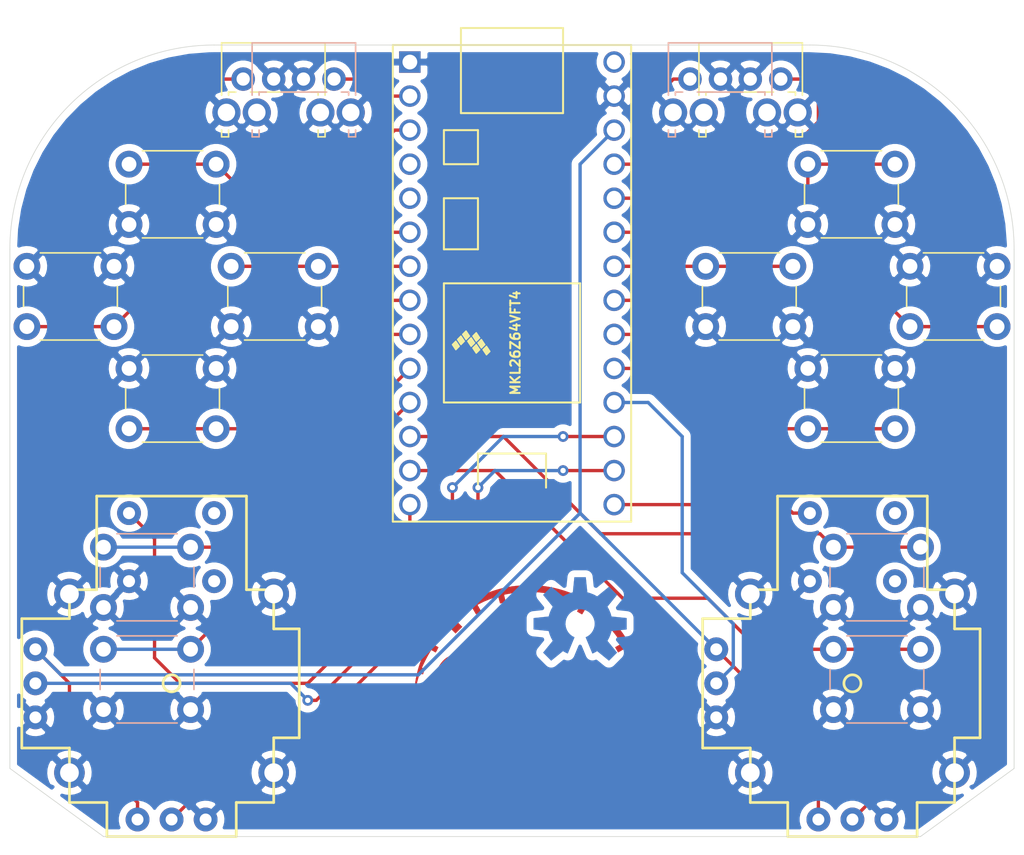
<source format=kicad_pcb>
(kicad_pcb (version 20171130) (host pcbnew 5.1.4)
  (title_block (title ???) (date 2019-09-27) (rev 0) (company "William Herron"))
  (layers (0 F.Cu signal) (31 B.Cu signal) (34 B.Paste user) (35 F.Paste user) (36 B.SilkS user) (37 F.SilkS user) (38 B.Mask user) (39 F.Mask user) (44 Edge.Cuts user))
  (net 0 "")
  (net 1 GND)
  (net 2 LSB)
  (net 3 LSX)
  (net 4 LSY)
  (net 5 RSY)
  (net 6 RSX)
  (net 7 RSB)
  (net 8 LB)
  (net 9 LT)
  (net 10 RB)
  (net 11 RT)
  (net 12 RPL)
  (net 13 RPT)
  (net 14 RPB)
  (net 15 RPR)
  (net 16 LPL)
  (net 17 LPT)
  (net 18 LPB)
  (net 19 LPR)
  (net 20 +3V3)
  (net 21 "Net-(U1-Pad4)")
  (net 22 "Net-(U1-Pad5)")
  (net 23 "Net-(U1-Pad33)")
  (net 24 TRU)
  (net 25 BRU)
  (net 26 TLU)
  (net 27 BLU)
  (module Controller:controller (layer F.Cu) (at 128.27 153.67)
    (fp_text reference G*** hide)
    (fp_text value LOGO hide)
    (fp_poly (pts (xy 1.489728 1.382779) (xy 1.562833 1.471933) (xy 1.652066 1.566807) (xy 1.75107 1.661306) (xy 1.853487 1.749333) (xy 1.944211 1.818614) (xy 2.088843 1.912522) (xy 2.246098 1.998542) (xy 2.40912 2.073526) (xy 2.571052 2.134326) (xy 2.725039 2.177794) (xy 2.727993 2.178465) (xy 2.771807 2.189579) (xy 2.803346 2.1999) (xy 2.816838 2.207483) (xy 2.816893 2.208435) (xy 2.809548 2.221902) (xy 2.791625 2.253535) (xy 2.765298 2.29953) (xy 2.732742 2.356088) (xy 2.7051 2.40392) (xy 2.59715 2.590408) (xy 2.54635 2.589622) (xy 2.51113 2.586018) (xy 2.460284 2.577058) (xy 2.402607 2.564381) (xy 2.378205 2.558276) (xy 2.190058 2.497632) (xy 2.00242 2.414964) (xy 1.819668 2.313112) (xy 1.646177 2.194918) (xy 1.486322 2.06322) (xy 1.34448 1.920859) (xy 1.281521 1.846368) (xy 1.247927 1.801734) (xy 1.211548 1.749463) (xy 1.175367 1.694347) (xy 1.142366 1.641176) (xy 1.115528 1.594744) (xy 1.097837 1.55984) (xy 1.0922 1.542244) (xy 1.101605 1.529232) (xy 1.127583 1.503543) (xy 1.166772 1.468244) (xy 1.215811 1.426405) (xy 1.24931 1.398831) (xy 1.406421 1.27122) (xy 1.489728 1.382779)) (layer F.Cu) (width 0.01))
    (fp_poly (pts (xy -4.695122 0.867187) (xy -4.645866 0.928429) (xy -4.581496 0.999216) (xy -4.507467 1.07419) (xy -4.429233 1.147992) (xy -4.352246 1.215261) (xy -4.2926 1.262747) (xy -4.088248 1.402411) (xy -3.87206 1.523928) (xy -3.647268 1.626051) (xy -3.417104 1.707528) (xy -3.184799 1.767111) (xy -2.953585 1.803549) (xy -2.876242 1.810413) (xy -2.820906 1.815384) (xy -2.774488 1.821509) (xy -2.743262 1.827855) (xy -2.734263 1.831506) (xy -2.731293 1.842693) (xy -2.737115 1.866684) (xy -2.752674 1.905908) (xy -2.778915 1.962794) (xy -2.81026 2.026717) (xy -2.901544 2.2098) (xy -3.041447 2.207767) (xy -3.103587 2.206524) (xy -3.160803 2.204775) (xy -3.205561 2.202782) (xy -3.2258 2.201347) (xy -3.429151 2.171192) (xy -3.638921 2.121245) (xy -3.848727 2.053651) (xy -4.052184 1.970555) (xy -4.242909 1.874103) (xy -4.30202 1.839676) (xy -4.461965 1.734328) (xy -4.612451 1.617912) (xy -4.749976 1.493711) (xy -4.871041 1.365007) (xy -4.972145 1.235083) (xy -5.012496 1.173351) (xy -5.052179 1.108453) (xy -4.897815 0.954689) (xy -4.74345 0.800925) (xy -4.695122 0.867187)) (layer F.Cu) (width 0.01))
    (fp_poly (pts (xy -0.078666 2.419977) (xy 0.105555 2.440269) (xy 0.303606 2.47295) (xy 0.511891 2.517082) (xy 0.726816 2.571729) (xy 0.944788 2.635953) (xy 1.162211 2.708817) (xy 1.375491 2.789384) (xy 1.581035 2.876717) (xy 1.643886 2.90561) (xy 1.821287 2.991609) (xy 1.994591 3.081679) (xy 2.165523 3.177068) (xy 2.335807 3.279026) (xy 2.507169 3.388801) (xy 2.681332 3.507642) (xy 2.860021 3.636797) (xy 3.044961 3.777515) (xy 3.237877 3.931045) (xy 3.440492 4.098635) (xy 3.654533 4.281535) (xy 3.881723 4.480991) (xy 4.123786 4.698254) (xy 4.13942 4.712427) (xy 4.27936 4.838789) (xy 4.402814 4.948928) (xy 4.511564 5.044271) (xy 4.60739 5.126244) (xy 4.692073 5.196274) (xy 4.767394 5.255788) (xy 4.835134 5.306211) (xy 4.897074 5.34897) (xy 4.954996 5.385492) (xy 5.010679 5.417202) (xy 5.0361 5.430601) (xy 5.084587 5.456438) (xy 5.112263 5.473757) (xy 5.121504 5.484409) (xy 5.114685 5.490243) (xy 5.113205 5.490634) (xy 5.026257 5.511119) (xy 4.959021 5.525014) (xy 4.906816 5.532821) (xy 4.864965 5.535045) (xy 4.82879 5.532187) (xy 4.79425 5.524918) (xy 4.762742 5.517958) (xy 4.715944 5.509108) (xy 4.663685 5.500221) (xy 4.6609 5.499776) (xy 4.570818 5.483578) (xy 4.490041 5.464338) (xy 4.4196 5.443711) (xy 4.377262 5.426374) (xy 4.326813 5.397746) (xy 4.266645 5.356602) (xy 4.195154 5.30172) (xy 4.110731 5.231876) (xy 4.011773 5.145847) (xy 3.917094 5.060955) (xy 3.793037 4.948692) (xy 3.684733 4.851108) (xy 3.589277 4.76565) (xy 3.503761 4.689765) (xy 3.42528 4.620899) (xy 3.350927 4.5565) (xy 3.277796 4.494013) (xy 3.20298 4.430886) (xy 3.139683 4.377976) (xy 2.807728 4.112207) (xy 2.479053 3.87094) (xy 2.152601 3.653651) (xy 1.827317 3.459816) (xy 1.502142 3.288908) (xy 1.17602 3.140405) (xy 0.847895 3.01378) (xy 0.51671 2.90851) (xy 0.181409 2.82407) (xy -0.099636 2.76962) (xy -0.186738 2.755434) (xy -0.259011 2.745115) (xy -0.323927 2.738067) (xy -0.388959 2.733691) (xy -0.461579 2.731388) (xy -0.549259 2.730562) (xy -0.588365 2.73051) (xy -0.862103 2.737584) (xy -1.11802 2.759296) (xy -1.359574 2.796414) (xy -1.590223 2.849708) (xy -1.813425 2.919947) (xy -2.03264 3.0079) (xy -2.204123 3.089825) (xy -2.253417 3.114197) (xy -2.289887 3.130649) (xy -2.310511 3.13795) (xy -2.312271 3.134872) (xy -2.310176 3.132973) (xy -2.155738 3.008295) (xy -2.008959 2.902158) (xy -1.864503 2.811279) (xy -1.717034 2.732372) (xy -1.561218 2.662154) (xy -1.514724 2.643349) (xy -1.250007 2.55208) (xy -0.975598 2.483792) (xy -0.690985 2.438394) (xy -0.395655 2.415792) (xy -0.245465 2.41301) (xy -0.078666 2.419977)) (layer F.Cu) (width 0.01))
    (fp_poly (pts (xy -7.152152 -1.910564) (xy -7.155503 -1.882533) (xy -7.155997 -1.8796) (xy -7.195338 -1.61053) (xy -7.221182 -1.340703) (xy -7.233852 -1.064209) (xy -7.233674 -0.775135) (xy -7.227125 -0.5842) (xy -7.206345 -0.243912) (xy -7.175496 0.102312) (xy -7.135535 0.445706) (xy -7.087417 0.777502) (xy -7.06223 0.9271) (xy -7.042891 1.036364) (xy -7.027401 1.123085) (xy -7.015297 1.189749) (xy -7.006113 1.238842) (xy -6.999383 1.272851) (xy -6.994643 1.294263) (xy -6.991427 1.305564) (xy -6.991408 1.305616) (xy -6.986363 1.326044) (xy -6.979149 1.363339) (xy -6.971691 1.407216) (xy -6.961882 1.459973) (xy -6.946208 1.533502) (xy -6.925597 1.624101) (xy -6.900977 1.728069) (xy -6.873277 1.841702) (xy -6.843425 1.961298) (xy -6.812349 2.083155) (xy -6.780977 2.203571) (xy -6.750238 2.318844) (xy -6.72106 2.425271) (xy -6.694371 2.519149) (xy -6.684499 2.5527) (xy -6.652476 2.658138) (xy -6.61715 2.770865) (xy -6.579984 2.886494) (xy -6.54244 3.000639) (xy -6.50598 3.108916) (xy -6.472069 3.206938) (xy -6.442168 3.29032) (xy -6.417741 3.354677) (xy -6.413388 3.3655) (xy -6.397528 3.405367) (xy -6.376857 3.45863) (xy -6.35541 3.514872) (xy -6.351876 3.52425) (xy -6.330504 3.579977) (xy -6.308891 3.634541) (xy -6.291182 3.677507) (xy -6.288818 3.683) (xy -6.273179 3.719336) (xy -6.251143 3.771008) (xy -6.22615 3.82993) (xy -6.21043 3.86715) (xy -6.17722 3.942427) (xy -6.134445 4.034121) (xy -6.084971 4.136501) (xy -6.031667 4.243834) (xy -5.977401 4.350389) (xy -5.925041 4.450435) (xy -5.877455 4.538239) (xy -5.852432 4.582584) (xy -5.711646 4.812898) (xy -5.568445 5.019212) (xy -5.423062 5.201261) (xy -5.27573 5.358778) (xy -5.126679 5.4915) (xy -4.976143 5.599158) (xy -4.951999 5.614002) (xy -4.909605 5.640226) (xy -4.883112 5.659077) (xy -4.873856 5.670794) (xy -4.883172 5.675617) (xy -4.912392 5.673786) (xy -4.962853 5.665539) (xy -5.035889 5.651118) (xy -5.0927 5.639263) (xy -5.194829 5.616663) (xy -5.275879 5.596168) (xy -5.339956 5.57657) (xy -5.391164 5.556665) (xy -5.418334 5.543597) (xy -5.447544 5.530302) (xy -5.467478 5.524582) (xy -5.467701 5.524578) (xy -5.488681 5.518152) (xy -5.525458 5.501022) (xy -5.572457 5.476207) (xy -5.6241 5.446725) (xy -5.674812 5.415595) (xy -5.70179 5.397846) (xy -5.774034 5.340155) (xy -5.848345 5.263485) (xy -5.925255 5.16701) (xy -6.005294 5.049903) (xy -6.088993 4.911337) (xy -6.176881 4.750486) (xy -6.269491 4.566522) (xy -6.3639 4.36616) (xy -6.393025 4.301445) (xy -6.425773 4.226796) (xy -6.460214 4.146813) (xy -6.494417 4.066096) (xy -6.526453 3.989245) (xy -6.55439 3.92086) (xy -6.576298 3.865541) (xy -6.590248 3.827887) (xy -6.591971 3.8227) (xy -6.601475 3.795162) (xy -6.616834 3.752816) (xy -6.634814 3.70457) (xy -6.635767 3.70205) (xy -6.706758 3.506653) (xy -6.779373 3.29217) (xy -6.851653 3.06466) (xy -6.921643 2.830184) (xy -6.95361 2.7178) (xy -6.968208 2.663492) (xy -6.987225 2.589537) (xy -7.009595 2.500367) (xy -7.03425 2.400415) (xy -7.060126 2.294113) (xy -7.086156 2.185893) (xy -7.111274 2.080188) (xy -7.134413 1.98143) (xy -7.154507 1.894053) (xy -7.17049 1.822488) (xy -7.181201 1.77165) (xy -7.249189 1.410554) (xy -7.305808 1.069387) (xy -7.351355 0.745516) (xy -7.386126 0.436307) (xy -7.410418 0.139126) (xy -7.424527 -0.14866) (xy -7.428759 -0.42545) (xy -7.428197 -0.519694) (xy -7.426915 -0.610144) (xy -7.425034 -0.692258) (xy -7.422675 -0.761496) (xy -7.419959 -0.813316) (xy -7.417738 -0.8382) (xy -7.394813 -0.992484) (xy -7.363924 -1.160527) (xy -7.327097 -1.332732) (xy -7.286354 -1.499504) (xy -7.252285 -1.622616) (xy -7.223172 -1.719864) (xy -7.198525 -1.798755) (xy -7.178721 -1.858279) (xy -7.164139 -1.897428) (xy -7.155157 -1.915193) (xy -7.152152 -1.910564)) (layer F.Cu) (width 0.01))
    (fp_poly (pts (xy -5.327719 -3.399395) (xy -5.218273 -3.392019) (xy -5.10882 -3.379805) (xy -4.99743 -3.36213) (xy -4.882174 -3.338369) (xy -4.761122 -3.307899) (xy -4.632345 -3.270097) (xy -4.493914 -3.224338) (xy -4.343897 -3.169999) (xy -4.180367 -3.106457) (xy -4.001394 -3.033086) (xy -3.805048 -2.949265) (xy -3.589399 -2.854369) (xy -3.4544 -2.793865) (xy -3.274075 -2.712907) (xy -3.114379 -2.641924) (xy -2.973022 -2.579944) (xy -2.847714 -2.525994) (xy -2.736166 -2.479103) (xy -2.636086 -2.438299) (xy -2.545185 -2.402608) (xy -2.461172 -2.37106) (xy -2.441475 -2.363887) (xy -2.270957 -2.305359) (xy -2.109689 -2.257238) (xy -1.954052 -2.219229) (xy -1.800423 -2.191037) (xy -1.645184 -2.172365) (xy -1.484714 -2.162919) (xy -1.315392 -2.162402) (xy -1.133598 -2.17052) (xy -0.935711 -2.186976) (xy -0.718112 -2.211475) (xy -0.661884 -2.218605) (xy -0.487408 -2.237763) (xy -0.318052 -2.249794) (xy -0.157594 -2.254672) (xy -0.009814 -2.252374) (xy 0.121513 -2.242876) (xy 0.232607 -2.226153) (xy 0.2413 -2.224333) (xy 0.41445 -2.180393) (xy 0.583983 -2.123274) (xy 0.752193 -2.051691) (xy 0.921374 -1.964359) (xy 1.093819 -1.85999) (xy 1.271822 -1.7373) (xy 1.457678 -1.595002) (xy 1.651 -1.434122) (xy 1.754092 -1.342354) (xy 1.869326 -1.234657) (xy 1.992926 -1.114894) (xy 2.121116 -0.98693) (xy 2.250121 -0.854629) (xy 2.376165 -0.721856) (xy 2.495473 -0.592475) (xy 2.60427 -0.470351) (xy 2.686069 -0.37465) (xy 2.839559 -0.183594) (xy 2.999667 0.029142) (xy 3.164973 0.261144) (xy 3.334057 0.509997) (xy 3.505498 0.773287) (xy 3.677877 1.0486) (xy 3.849772 1.333521) (xy 4.019764 1.625637) (xy 4.186432 1.922531) (xy 4.348357 2.221791) (xy 4.504117 2.521002) (xy 4.652294 2.817749) (xy 4.791466 3.109618) (xy 4.920213 3.394195) (xy 4.96837 3.5052) (xy 5.061846 3.729493) (xy 5.14617 3.944154) (xy 5.220927 4.147768) (xy 5.285701 4.33892) (xy 5.340076 4.516197) (xy 5.383636 4.678184) (xy 5.415966 4.823467) (xy 5.436649 4.950632) (xy 5.44527 5.058265) (xy 5.443824 5.122259) (xy 5.429922 5.206571) (xy 5.403842 5.274493) (xy 5.367076 5.323862) (xy 5.321114 5.352513) (xy 5.280655 5.359098) (xy 5.238911 5.351196) (xy 5.182051 5.329641) (xy 5.114794 5.296647) (xy 5.041855 5.254432) (xy 4.999325 5.226944) (xy 4.949533 5.192338) (xy 4.896021 5.152759) (xy 4.836947 5.106653) (xy 4.770468 5.052466) (xy 4.694741 4.988646) (xy 4.607922 4.913638) (xy 4.508169 4.825888) (xy 4.393638 4.723844) (xy 4.262486 4.605952) (xy 4.26085 4.604476) (xy 4.145671 4.500632) (xy 4.046957 4.411762) (xy 3.962346 4.33579) (xy 3.889475 4.270641) (xy 3.825981 4.214238) (xy 3.769504 4.164507) (xy 3.717678 4.119371) (xy 3.668143 4.076756) (xy 3.618536 4.034584) (xy 3.566494 3.990782) (xy 3.509655 3.943273) (xy 3.482583 3.920714) (xy 3.150847 3.655182) (xy 2.822469 3.414132) (xy 2.496382 3.197032) (xy 2.171519 3.003354) (xy 1.846811 2.832566) (xy 1.52119 2.684138) (xy 1.19359 2.557541) (xy 0.862942 2.452244) (xy 0.528178 2.367717) (xy 0.243264 2.31242) (xy 0.156162 2.298234) (xy 0.083889 2.287915) (xy 0.018973 2.280867) (xy -0.046059 2.276491) (xy -0.118679 2.274188) (xy -0.206359 2.273362) (xy -0.245465 2.27331) (xy -0.439677 2.276258) (xy -0.615992 2.285553) (xy -0.781277 2.3019) (xy -0.9424 2.326001) (xy -1.106228 2.35856) (xy -1.1303 2.363953) (xy -1.375227 2.430955) (xy -1.615585 2.519055) (xy -1.847246 2.626303) (xy -2.066083 2.750748) (xy -2.267967 2.89044) (xy -2.304049 2.918529) (xy -2.419258 3.016907) (xy -2.540278 3.132785) (xy -2.662106 3.260678) (xy -2.779745 3.395101) (xy -2.888192 3.530569) (xy -2.982449 3.661597) (xy -2.985274 3.665803) (xy -3.0194 3.715423) (xy -3.052954 3.761998) (xy -3.080375 3.797882) (xy -3.088153 3.807266) (xy -3.110398 3.836149) (xy -3.123077 3.858696) (xy -3.1242 3.863617) (xy -3.130293 3.879819) (xy -3.146857 3.912905) (xy -3.17132 3.957964) (xy -3.199331 4.007044) (xy -3.222862 4.048598) (xy -3.256165 4.109145) (xy -3.297327 4.185122) (xy -3.344439 4.272968) (xy -3.395588 4.369121) (xy -3.448865 4.47002) (xy -3.496192 4.560294) (xy -3.571178 4.703457) (xy -3.636081 4.82625) (xy -3.692323 4.930949) (xy -3.741325 5.019827) (xy -3.784511 5.095159) (xy -3.823302 5.159221) (xy -3.859121 5.214285) (xy -3.89339 5.262628) (xy -3.927532 5.306523) (xy -3.962968 5.348246) (xy -4.001122 5.390071) (xy -4.0414 5.432197) (xy -4.119068 5.50486) (xy -4.192655 5.557258) (xy -4.267385 5.592763) (xy -4.311269 5.606417) (xy -4.422884 5.623613) (xy -4.53643 5.616791) (xy -4.585763 5.606766) (xy -4.712337 5.564411) (xy -4.841211 5.498116) (xy -4.972898 5.407553) (xy -5.107911 5.292394) (xy -5.169366 5.232983) (xy -5.296753 5.097551) (xy -5.418005 4.951811) (xy -5.534638 4.79341) (xy -5.648165 4.619991) (xy -5.760102 4.429201) (xy -5.871964 4.218684) (xy -5.985265 3.986085) (xy -6.020994 3.90896) (xy -6.050118 3.844251) (xy -6.082866 3.769604) (xy -6.117308 3.689622) (xy -6.151514 3.608903) (xy -6.183551 3.53205) (xy -6.21149 3.463661) (xy -6.2334 3.408337) (xy -6.24735 3.37068) (xy -6.249071 3.3655) (xy -6.258575 3.337962) (xy -6.273934 3.295616) (xy -6.291914 3.24737) (xy -6.292867 3.24485) (xy -6.363858 3.049453) (xy -6.436473 2.83497) (xy -6.508753 2.60746) (xy -6.578743 2.372984) (xy -6.61071 2.2606) (xy -6.625308 2.206292) (xy -6.644325 2.132337) (xy -6.666695 2.043167) (xy -6.69135 1.943215) (xy -6.717226 1.836913) (xy -6.743256 1.728693) (xy -6.768374 1.622988) (xy -6.791513 1.52423) (xy -6.811607 1.436853) (xy -6.82759 1.365288) (xy -6.838301 1.31445) (xy -6.901889 0.9789) (xy -6.948834 0.701953) (xy -5.3086 0.701953) (xy -5.297424 0.853299) (xy -5.263549 1.001271) (xy -5.206456 1.146953) (xy -5.125625 1.291433) (xy -5.020537 1.435796) (xy -4.890673 1.581128) (xy -4.885754 1.586163) (xy -4.725841 1.732924) (xy -4.546146 1.868348) (xy -4.35042 1.990661) (xy -4.142412 2.09809) (xy -3.92587 2.188863) (xy -3.704545 2.261206) (xy -3.482185 2.313348) (xy -3.2893 2.341047) (xy -3.226635 2.345149) (xy -3.147244 2.347264) (xy -3.057954 2.347514) (xy -2.965592 2.346019) (xy -2.876985 2.3429) (xy -2.798961 2.338279) (xy -2.738346 2.332275) (xy -2.730448 2.331154) (xy -2.571922 2.298185) (xy -2.42678 2.249663) (xy -2.297005 2.186747) (xy -2.184578 2.110594) (xy -2.091483 2.022361) (xy -2.019704 1.923207) (xy -2.013783 1.912751) (xy -1.971496 1.824614) (xy -1.938942 1.733556) (xy -1.924617 1.675575) (xy -1.907179 1.644342) (xy -1.866306 1.607579) (xy -1.850444 1.5962) (xy -1.775027 1.531857) (xy -1.705121 1.449081) (xy -1.645202 1.354818) (xy -1.599747 1.256015) (xy -1.574835 1.168579) (xy -1.574296 1.164226) (xy 0.864378 1.164226) (xy 0.86665 1.28697) (xy 0.888597 1.416586) (xy 0.93032 1.551423) (xy 0.991918 1.68983) (xy 1.073493 1.830157) (xy 1.076099 1.834148) (xy 1.137227 1.918054) (xy 1.214657 2.009806) (xy 1.303035 2.103974) (xy 1.397007 2.19513) (xy 1.49122 2.277845) (xy 1.58032 2.34669) (xy 1.584342 2.349529) (xy 1.731753 2.444953) (xy 1.887857 2.531216) (xy 2.046232 2.605228) (xy 2.200454 2.663904) (xy 2.299935 2.693534) (xy 2.374089 2.711776) (xy 2.438382 2.7247) (xy 2.500621 2.733244) (xy 2.568612 2.738347) (xy 2.650161 2.740947) (xy 2.699893 2.741615) (xy 2.784247 2.74119) (xy 2.85111 2.737626) (xy 2.908274 2.730225) (xy 2.96353 2.718289) (xy 2.965308 2.717836) (xy 3.077014 2.679678) (xy 3.176754 2.626508) (xy 3.260924 2.560897) (xy 3.325921 2.485421) (xy 3.351532 2.441962) (xy 3.374713 2.386632) (xy 3.395056 2.322192) (xy 3.409809 2.258843) (xy 3.416221 2.206784) (xy 3.4163 2.201874) (xy 3.418502 2.179221) (xy 3.428348 2.161428) (xy 3.450698 2.143269) (xy 3.490413 2.119523) (xy 3.495675 2.116556) (xy 3.590969 2.051084) (xy 3.665447 1.973028) (xy 3.719612 1.881353) (xy 3.753969 1.775024) (xy 3.769019 1.653006) (xy 3.768231 1.55575) (xy 3.763729 1.506242) (xy 3.755828 1.45076) (xy 3.745634 1.394293) (xy 3.734254 1.341834) (xy 3.722794 1.298371) (xy 3.712359 1.268896) (xy 3.704056 1.2584) (xy 3.702515 1.259247) (xy 3.702926 1.272886) (xy 3.707844 1.304701) (xy 3.716231 1.348082) (xy 3.717168 1.35255) (xy 3.729679 1.462034) (xy 3.719236 1.566334) (xy 3.685226 1.667394) (xy 3.627034 1.767156) (xy 3.560317 1.849941) (xy 3.496351 1.916443) (xy 3.438369 1.965452) (xy 3.379437 2.001341) (xy 3.31262 2.028487) (xy 3.247796 2.047109) (xy 3.135112 2.065007) (xy 3.00745 2.066418) (xy 2.868724 2.05183) (xy 2.722847 2.021734) (xy 2.573735 1.976619) (xy 2.517255 1.955724) (xy 2.35611 1.883577) (xy 2.197651 1.794582) (xy 2.044851 1.691413) (xy 1.900682 1.576747) (xy 1.768117 1.453257) (xy 1.650129 1.32362) (xy 1.585714 1.23825) (xy 3.683 1.23825) (xy 3.68935 1.2446) (xy 3.6957 1.23825) (xy 3.68935 1.2319) (xy 3.683 1.23825) (xy 1.585714 1.23825) (xy 1.54969 1.190509) (xy 1.525126 1.14935) (xy 3.6449 1.14935) (xy 3.65125 1.1557) (xy 3.6576 1.14935) (xy 3.65125 1.143) (xy 3.6449 1.14935) (xy 1.525126 1.14935) (xy 1.509967 1.12395) (xy 3.6322 1.12395) (xy 3.63855 1.1303) (xy 3.6449 1.12395) (xy 3.63855 1.1176) (xy 3.6322 1.12395) (xy 1.509967 1.12395) (xy 1.494808 1.09855) (xy 3.6195 1.09855) (xy 3.62585 1.1049) (xy 3.6322 1.09855) (xy 3.62585 1.0922) (xy 3.6195 1.09855) (xy 1.494808 1.09855) (xy 1.469772 1.056601) (xy 1.434824 0.981624) (xy 1.399456 0.88254) (xy 1.375909 0.785818) (xy 1.365194 0.697214) (xy 1.368322 0.622484) (xy 1.370047 0.612831) (xy 1.403279 0.506394) (xy 1.45903 0.400514) (xy 1.534747 0.299818) (xy 1.555062 0.277512) (xy 1.631893 0.207214) (xy 1.715176 0.154387) (xy 1.810504 0.116252) (xy 1.923469 0.090028) (xy 1.936452 0.087873) (xy 1.957457 0.083689) (xy 1.954419 0.081692) (xy 1.92692 0.081856) (xy 1.874537 0.084157) (xy 1.87325 0.084223) (xy 1.760581 0.094209) (xy 1.664882 0.112543) (xy 1.578565 0.141082) (xy 1.510157 0.173036) (xy 1.414096 0.234047) (xy 1.339284 0.306504) (xy 1.283129 0.393683) (xy 1.243039 0.49886) (xy 1.238144 0.516804) (xy 1.227535 0.564619) (xy 1.22066 0.609204) (xy 1.2192 0.630573) (xy 1.216972 0.653976) (xy 1.20688 0.671723) (xy 1.183809 0.689356) (xy 1.144609 0.711366) (xy 1.05002 0.774987) (xy 0.974601 0.853734) (xy 0.918454 0.945957) (xy 0.88168 1.050004) (xy 0.864378 1.164226) (xy -1.574296 1.164226) (xy -1.565797 1.095603) (xy -1.563248 1.012266) (xy -1.566597 0.924535) (xy -1.57525 0.838373) (xy -1.588615 0.759748) (xy -1.606099 0.694623) (xy -1.626342 0.650135) (xy -1.636401 0.635781) (xy -1.635767 0.642974) (xy -1.633736 0.649759) (xy -1.6288 0.671911) (xy -1.621601 0.711443) (xy -1.613534 0.760602) (xy -1.61192 0.771032) (xy -1.60384 0.866193) (xy -1.611058 0.955256) (xy -1.634975 1.0427) (xy -1.676991 1.133005) (xy -1.738506 1.230652) (xy -1.768594 1.272378) (xy -1.829918 1.351181) (xy -1.885075 1.412693) (xy -1.939639 1.462147) (xy -1.99918 1.504778) (xy -2.045946 1.532876) (xy -2.181879 1.595995) (xy -2.332188 1.640541) (xy -2.494562 1.667094) (xy -2.666692 1.676233) (xy -2.84627 1.668537) (xy -3.030986 1.644586) (xy -3.218531 1.604958) (xy -3.406596 1.550234) (xy -3.59287 1.480992) (xy -3.775046 1.397812) (xy -3.950814 1.301274) (xy -4.117864 1.191955) (xy -4.273888 1.070437) (xy -4.415439 0.938463) (xy -4.488851 0.860432) (xy -4.552654 0.786965) (xy -4.604926 0.720627) (xy -4.643746 0.663984) (xy -4.667192 0.6196) (xy -4.669673 0.6096) (xy -1.651 0.6096) (xy -1.646354 0.620053) (xy -1.642534 0.618066) (xy -1.641014 0.602994) (xy -1.642534 0.601133) (xy -1.650084 0.602876) (xy -1.651 0.6096) (xy -4.669673 0.6096) (xy -4.6736 0.593781) (xy -4.682635 0.570209) (xy -4.693384 0.558191) (xy -4.70573 0.541971) (xy -1.67546 0.541971) (xy -1.668482 0.564659) (xy -1.659069 0.579285) (xy -1.654617 0.57935) (xy -1.655321 0.565146) (xy -1.66215 0.550227) (xy -1.67338 0.535307) (xy -1.67546 0.541971) (xy -4.70573 0.541971) (xy -4.716861 0.527349) (xy -4.722809 0.51435) (xy -1.6891 0.51435) (xy -1.68275 0.5207) (xy -1.6764 0.51435) (xy -1.68275 0.508) (xy -1.6891 0.51435) (xy -4.722809 0.51435) (xy -4.734433 0.48895) (xy -1.7018 0.48895) (xy -1.69545 0.4953) (xy -1.6891 0.48895) (xy -1.69545 0.4826) (xy -1.7018 0.48895) (xy -4.734433 0.48895) (xy -4.742131 0.472129) (xy -4.769377 0.392115) (xy -4.776008 0.369937) (xy -4.802909 0.251217) (xy -4.809651 0.142331) (xy -4.795685 0.036984) (xy -4.760459 -0.071116) (xy -4.731909 -0.133852) (xy -4.702393 -0.190114) (xy -4.673265 -0.236067) (xy -4.638848 -0.279204) (xy -4.593468 -0.327024) (xy -4.56325 -0.356618) (xy -4.486587 -0.426049) (xy -4.411806 -0.483042) (xy -4.334527 -0.529496) (xy -4.250369 -0.567311) (xy -4.221529 -0.576704) (xy 0.812819 -0.576704) (xy 0.824904 -0.498505) (xy 0.859255 -0.420073) (xy 0.912941 -0.344402) (xy 0.983034 -0.274489) (xy 1.066605 -0.213329) (xy 1.160726 -0.163919) (xy 1.246026 -0.13362) (xy 1.310861 -0.121899) (xy 1.383625 -0.118824) (xy 1.455037 -0.124003) (xy 1.515812 -0.137049) (xy 1.538282 -0.145893) (xy 1.580525 -0.177247) (xy 1.604957 -0.211574) (xy 1.621007 -0.248717) (xy 1.622927 -0.267486) (xy 1.609361 -0.27146) (xy 1.584408 -0.265814) (xy 1.5008 -0.253294) (xy 1.411527 -0.25985) (xy 1.320101 -0.283163) (xy 1.230033 -0.320913) (xy 1.144833 -0.370782) (xy 1.068013 -0.430449) (xy 1.003082 -0.497595) (xy 0.953553 -0.569902) (xy 0.927425 -0.63403) (xy 1.678076 -0.63403) (xy 1.702359 -0.58054) (xy 1.717411 -0.541009) (xy 1.726099 -0.505883) (xy 1.726921 -0.496749) (xy 1.728934 -0.478624) (xy 1.738979 -0.4711) (xy 1.763731 -0.471665) (xy 1.785998 -0.474507) (xy 1.832319 -0.485274) (xy 1.87556 -0.502213) (xy 1.885417 -0.507672) (xy 1.918704 -0.53614) (xy 1.944426 -0.572036) (xy 1.955724 -0.605583) (xy 1.9558 -0.607968) (xy 1.944123 -0.612505) (xy 1.913163 -0.61568) (xy 1.869021 -0.616938) (xy 1.857375 -0.616895) (xy 1.803741 -0.617606) (xy 1.754778 -0.620363) (xy 1.720424 -0.624586) (xy 1.718513 -0.62499) (xy 1.678076 -0.63403) (xy 0.927425 -0.63403) (xy 0.922935 -0.645049) (xy 0.9144 -0.708428) (xy 0.913718 -0.742851) (xy 0.909359 -0.756513) (xy 0.897851 -0.754051) (xy 0.885825 -0.746605) (xy 0.849799 -0.709508) (xy 0.824593 -0.655184) (xy 0.813183 -0.59057) (xy 0.812819 -0.576704) (xy -4.221529 -0.576704) (xy -4.154953 -0.598387) (xy -4.043897 -0.624623) (xy -3.912823 -0.647918) (xy -3.87985 -0.65299) (xy -3.875249 -0.654881) (xy -3.89261 -0.655514) (xy -3.928523 -0.654869) (xy -3.966144 -0.653511) (xy -4.141183 -0.636895) (xy -4.304232 -0.602649) (xy -4.453265 -0.551542) (xy -4.586261 -0.48434) (xy -4.701193 -0.40181) (xy -4.7498 -0.35652) (xy -4.823724 -0.268451) (xy -4.883824 -0.170741) (xy -4.926193 -0.070402) (xy -4.941264 -0.012953) (xy -4.952754 0.03365) (xy -4.965886 0.060023) (xy -4.981647 0.07088) (xy -5.009173 0.087054) (xy -5.046947 0.119091) (xy -5.090474 0.162168) (xy -5.135262 0.211463) (xy -5.176818 0.262151) (xy -5.21065 0.30941) (xy -5.22327 0.330256) (xy -5.262175 0.410341) (xy -5.288174 0.490433) (xy -5.303024 0.578178) (xy -5.308481 0.681224) (xy -5.3086 0.701953) (xy -6.948834 0.701953) (xy -6.955391 0.663277) (xy -6.999149 0.364344) (xy -7.033504 0.078868) (xy -7.058798 -0.196387) (xy -7.075371 -0.464657) (xy -7.083564 -0.729175) (xy -7.08372 -0.993178) (xy -7.083472 -1.00965) (xy -7.080274 -1.16245) (xy -7.07565 -1.294414) (xy -7.069166 -1.410088) (xy -7.062993 -1.483202) (xy -4.864131 -1.483202) (xy -4.853081 -1.40542) (xy -4.833676 -1.35255) (xy -4.78636 -1.278473) (xy -4.717522 -1.206704) (xy -4.631029 -1.140306) (xy -4.53075 -1.08234) (xy -4.445 -1.04478) (xy -4.368416 -1.018637) (xy -4.299189 -1.002819) (xy -4.226838 -0.995675) (xy -4.140878 -0.995552) (xy -4.13385 -0.995772) (xy -4.070451 -0.999362) (xy -4.02355 -1.006424) (xy -3.984303 -1.018749) (xy -3.955977 -1.031807) (xy -3.899145 -1.070101) (xy -3.863902 -1.114797) (xy -3.858583 -1.124744) (xy 0.0508 -1.124744) (xy 0.058166 -1.048471) (xy 0.082042 -0.980221) (xy 0.125087 -0.914439) (xy 0.179945 -0.855139) (xy 0.266429 -0.784464) (xy 0.363019 -0.728215) (xy 0.464941 -0.687938) (xy 0.567422 -0.665179) (xy 0.665688 -0.661485) (xy 0.739754 -0.673763) (xy 0.798752 -0.700398) (xy 0.842015 -0.741194) (xy 0.86258 -0.782982) (xy 0.873813 -0.823014) (xy 0.833865 -0.811557) (xy 0.749777 -0.79941) (xy 0.656038 -0.806381) (xy 0.557621 -0.83082) (xy 0.459499 -0.871078) (xy 0.366643 -0.925505) (xy 0.323818 -0.960206) (xy 1.1684 -0.960206) (xy 1.171667 -0.942242) (xy 1.185523 -0.930892) (xy 1.216048 -0.922379) (xy 1.235075 -0.918781) (xy 1.27281 -0.912455) (xy 1.298469 -0.908917) (xy 1.30506 -0.908663) (xy 1.303239 -0.920463) (xy 1.294829 -0.948297) (xy 1.289185 -0.964816) (xy 1.276968 -1.009255) (xy 1.270374 -1.052342) (xy 1.27 -1.061775) (xy 1.268529 -1.089881) (xy 1.260498 -1.097846) (xy 1.24048 -1.090906) (xy 1.240013 -1.090693) (xy 1.212009 -1.06708) (xy 1.187274 -1.028322) (xy 1.171377 -0.98457) (xy 1.1684 -0.960206) (xy 0.323818 -0.960206) (xy 0.284025 -0.99245) (xy 0.281545 -0.994839) (xy 0.214136 -1.07159) (xy 0.17154 -1.147474) (xy 0.166456 -1.168595) (xy 0.928254 -1.168595) (xy 0.952798 -1.114523) (xy 0.967895 -1.075361) (xy 0.976711 -1.041107) (xy 0.977621 -1.031875) (xy 0.986709 -1.010714) (xy 1.014297 -1.00295) (xy 1.061681 -1.008424) (xy 1.097549 -1.017269) (xy 1.139842 -1.035699) (xy 1.178678 -1.063786) (xy 1.207355 -1.095529) (xy 1.219171 -1.124929) (xy 1.2192 -1.126193) (xy 1.216668 -1.137413) (xy 1.205853 -1.144329) (xy 1.181929 -1.147949) (xy 1.140066 -1.149283) (xy 1.108075 -1.149407) (xy 1.05301 -1.150479) (xy 1.003947 -1.153359) (xy 0.969253 -1.157498) (xy 0.962602 -1.158984) (xy 0.928254 -1.168595) (xy 0.166456 -1.168595) (xy 0.153242 -1.223488) (xy 0.1524 -1.243906) (xy 0.151743 -1.281183) (xy 0.147759 -1.298174) (xy 0.137424 -1.299992) (xy 0.122748 -1.294046) (xy 0.085084 -1.264651) (xy 0.061469 -1.216442) (xy 0.051313 -1.148023) (xy 0.0508 -1.124744) (xy -3.858583 -1.124744) (xy -3.843727 -1.15252) (xy -3.837732 -1.171266) (xy -3.846656 -1.173615) (xy -3.871244 -1.162144) (xy -3.876675 -1.159202) (xy -3.900146 -1.14909) (xy -3.929894 -1.14254) (xy -3.971309 -1.138957) (xy -4.029781 -1.13775) (xy -4.07035 -1.137876) (xy -4.14025 -1.13915) (xy -4.192561 -1.142431) (xy -4.23508 -1.148867) (xy -4.275605 -1.159605) (xy -4.318 -1.174335) (xy -4.442441 -1.229211) (xy -4.551483 -1.295344) (xy -4.640542 -1.369931) (xy -4.644378 -1.373822) (xy -4.704341 -1.445191) (xy -4.742073 -1.515539) (xy -4.759345 -1.5875) (xy -3.793101 -1.5875) (xy -3.789877 -1.577093) (xy -3.778417 -1.550117) (xy -3.76509 -1.520825) (xy -3.747867 -1.479203) (xy -3.736541 -1.442967) (xy -3.733925 -1.426459) (xy -3.730762 -1.409975) (xy -3.718973 -1.3987) (xy -3.694843 -1.391854) (xy -3.65466 -1.388652) (xy -3.59471 -1.388315) (xy -3.556 -1.388978) (xy -3.486664 -1.392215) (xy -3.435868 -1.399194) (xy -3.39689 -1.410995) (xy -3.384718 -1.416502) (xy -3.350217 -1.439654) (xy -3.316521 -1.47197) (xy -3.300969 -1.492042) (xy 0.418542 -1.492042) (xy 0.421661 -1.479106) (xy 0.437153 -1.472834) (xy 0.468422 -1.4648) (xy 0.484021 -1.461529) (xy 0.525414 -1.4535) (xy 0.547756 -1.44984) (xy 0.556921 -1.450035) (xy 0.558786 -1.453572) (xy 0.5588 -1.454985) (xy 0.553474 -1.47078) (xy 0.546121 -1.48586) (xy 0.536949 -1.511968) (xy 0.52781 -1.551873) (xy 0.523896 -1.575101) (xy 0.51435 -1.640652) (xy 0.47973 -1.613395) (xy 0.458955 -1.589785) (xy 0.43949 -1.556275) (xy 0.424848 -1.520986) (xy 0.418542 -1.492042) (xy -3.300969 -1.492042) (xy -3.289996 -1.506203) (xy -3.277012 -1.535103) (xy -3.2766 -1.539588) (xy -3.287418 -1.545205) (xy -3.31581 -1.5414) (xy -3.317875 -1.540885) (xy -3.347626 -1.53663) (xy -3.395417 -1.533447) (xy -3.453901 -1.531715) (xy -3.49885 -1.531582) (xy -3.573221 -1.53362) (xy -3.630166 -1.538919) (xy -3.677565 -1.548524) (xy -3.71431 -1.560157) (xy -3.753893 -1.574285) (xy -3.782404 -1.584162) (xy -3.793101 -1.5875) (xy -4.759345 -1.5875) (xy -4.759966 -1.590083) (xy -4.762222 -1.630744) (xy -4.7625 -1.705737) (xy -4.789252 -1.681544) (xy -4.831419 -1.627168) (xy -4.856644 -1.559086) (xy -4.864131 -1.483202) (xy -7.062993 -1.483202) (xy -7.060391 -1.514016) (xy -7.048893 -1.610744) (xy -7.034238 -1.704816) (xy -7.015996 -1.800779) (xy -7.001993 -1.866395) (xy -6.979753 -1.960204) (xy -6.956212 -2.043122) (xy -6.928802 -2.12208) (xy -6.926783 -2.126968) (xy -5.824347 -2.126968) (xy -5.807572 -2.048968) (xy -5.782549 -1.991923) (xy -5.729712 -1.917796) (xy -5.65592 -1.847418) (xy -5.565596 -1.78343) (xy -5.46316 -1.728475) (xy -5.353033 -1.685193) (xy -5.239638 -1.656228) (xy -5.21335 -1.651837) (xy -5.141043 -1.645868) (xy -5.061496 -1.64707) (xy -4.984701 -1.654781) (xy -4.920652 -1.668338) (xy -4.909481 -1.671963) (xy -4.850903 -1.700373) (xy -4.80981 -1.740427) (xy -4.792014 -1.769626) (xy -4.779776 -1.798909) (xy -4.78393 -1.812017) (xy -4.806854 -1.810789) (xy -4.834675 -1.802605) (xy -4.88103 -1.793148) (xy -4.944417 -1.788038) (xy -5.016837 -1.787282) (xy -5.090296 -1.790887) (xy -5.156798 -1.79886) (xy -5.17525 -1.802324) (xy -5.219652 -1.814875) (xy -5.277678 -1.835783) (xy -5.340418 -1.861684) (xy -5.37845 -1.879095) (xy -5.410793 -1.897132) (xy -4.266922 -1.897132) (xy -4.261944 -1.879702) (xy -4.243282 -1.864739) (xy -4.205963 -1.848636) (xy -4.194175 -1.844377) (xy -4.14643 -1.827861) (xy -4.118086 -1.81921) (xy -4.104802 -1.817264) (xy -4.1021 -1.819765) (xy -4.107315 -1.832227) (xy -4.120434 -1.859258) (xy -4.12708 -1.872427) (xy -4.142806 -1.913676) (xy -4.155725 -1.965635) (xy -4.160521 -1.996201) (xy -4.165619 -2.037378) (xy -4.170698 -2.057448) (xy -4.178461 -2.060559) (xy -4.19161 -2.050859) (xy -4.194484 -2.048314) (xy -4.219375 -2.01739) (xy -4.243269 -1.973978) (xy -4.260862 -1.92915) (xy -4.266922 -1.897132) (xy -5.410793 -1.897132) (xy -5.496449 -1.9449) (xy -5.590102 -2.01763) (xy -5.659375 -2.097247) (xy -5.704234 -2.183712) (xy -5.714013 -2.227744) (xy -4.72209 -2.227744) (xy -4.719561 -2.212485) (xy -4.704952 -2.179485) (xy -4.697415 -2.164311) (xy -4.678059 -2.12148) (xy -4.66482 -2.083659) (xy -4.6609 -2.062804) (xy -4.658086 -2.046854) (xy -4.647307 -2.035608) (xy -4.625057 -2.028405) (xy -4.587833 -2.024581) (xy -4.53213 -2.023473) (xy -4.4577 -2.024355) (xy -4.391321 -2.026633) (xy -4.343691 -2.031192) (xy -4.308191 -2.039092) (xy -4.278201 -2.051391) (xy -4.27355 -2.053795) (xy -4.227383 -2.085243) (xy -4.195799 -2.126388) (xy -4.178676 -2.164363) (xy -4.167624 -2.193432) (xy -4.220587 -2.174869) (xy -4.256569 -2.165803) (xy -4.302823 -2.161325) (xy -4.365043 -2.161077) (xy -4.41325 -2.162852) (xy -4.496358 -2.168857) (xy -4.565542 -2.179729) (xy -4.632168 -2.197946) (xy -4.707598 -2.225988) (xy -4.71329 -2.228297) (xy -4.72209 -2.227744) (xy -5.714013 -2.227744) (xy -5.724448 -2.274721) (xy -5.731321 -2.350527) (xy -5.760941 -2.3227) (xy -5.800715 -2.268687) (xy -5.821956 -2.201825) (xy -5.824347 -2.126968) (xy -6.926783 -2.126968) (xy -6.894955 -2.20401) (xy -6.852105 -2.295842) (xy -6.815972 -2.36855) (xy -6.714179 -2.5521) (xy -5.179255 -2.5521) (xy -5.173993 -2.52841) (xy -5.160076 -2.511171) (xy -5.131535 -2.494822) (xy -5.1054 -2.483335) (xy -5.058844 -2.464186) (xy -5.032574 -2.455731) (xy -5.023556 -2.458598) (xy -5.028759 -2.473413) (xy -5.042391 -2.496344) (xy -5.064827 -2.55096) (xy -5.076878 -2.62288) (xy -5.0811 -2.666435) (xy -5.086174 -2.689298) (xy -5.094068 -2.69615) (xy -5.105967 -2.692097) (xy -5.136301 -2.664829) (xy -5.162082 -2.623222) (xy -5.177533 -2.578312) (xy -5.179255 -2.5521) (xy -6.714179 -2.5521) (xy -6.699373 -2.578797) (xy -6.574247 -2.76512) (xy -6.440585 -2.927527) (xy -6.298377 -3.066024) (xy -6.147613 -3.180618) (xy -5.988285 -3.271316) (xy -5.820382 -3.338123) (xy -5.643896 -3.381047) (xy -5.458817 -3.400094) (xy -5.327719 -3.399395)) (layer F.Cu) (width 0.01))
    (fp_poly (pts (xy -0.041748 -8.595775) (xy 0.057679 -8.594245) (xy 0.1016 -8.593454) (xy 0.259623 -8.589219) (xy 0.422673 -8.582416) (xy 0.585724 -8.573394) (xy 0.743753 -8.562501) (xy 0.891735 -8.550085) (xy 1.024647 -8.536494) (xy 1.137464 -8.522077) (xy 1.143 -8.521265) (xy 1.359937 -8.487598) (xy 1.558559 -8.453215) (xy 1.745941 -8.416713) (xy 1.929157 -8.376688) (xy 2.115282 -8.33174) (xy 2.1717 -8.317355) (xy 2.288038 -8.285772) (xy 2.418572 -8.247615) (xy 2.557671 -8.204729) (xy 2.699709 -8.158964) (xy 2.839056 -8.112166) (xy 2.970084 -8.066183) (xy 3.087164 -8.022863) (xy 3.175917 -7.987696) (xy 3.246215 -7.95865) (xy 3.319181 -7.92859) (xy 3.385944 -7.901166) (xy 3.43535 -7.880957) (xy 3.481877 -7.861057) (xy 3.544715 -7.832859) (xy 3.617407 -7.799327) (xy 3.693497 -7.763426) (xy 3.74015 -7.740986) (xy 4.1037 -7.553359) (xy 4.463473 -7.345509) (xy 4.815543 -7.120121) (xy 5.155982 -6.879875) (xy 5.480862 -6.627456) (xy 5.786258 -6.365545) (xy 5.881355 -6.27818) (xy 6.008386 -6.155524) (xy 6.143027 -6.018464) (xy 6.281819 -5.870948) (xy 6.421299 -5.716926) (xy 6.558008 -5.560348) (xy 6.688484 -5.405163) (xy 6.809267 -5.25532) (xy 6.916896 -5.114769) (xy 6.99135 -5.011461) (xy 7.069625 -4.89696) (xy 7.153611 -4.77039) (xy 7.238712 -4.638895) (xy 7.320336 -4.509619) (xy 7.393889 -4.389707) (xy 7.428773 -4.331128) (xy 7.465331 -4.267431) (xy 7.507392 -4.191667) (xy 7.553188 -4.107256) (xy 7.600953 -4.01762) (xy 7.648918 -3.926181) (xy 7.695319 -3.83636) (xy 7.738386 -3.751578) (xy 7.776354 -3.675256) (xy 7.807456 -3.610816) (xy 7.829925 -3.56168) (xy 7.841993 -3.531269) (xy 7.8422 -3.5306) (xy 7.851538 -3.505396) (xy 7.868559 -3.464015) (xy 7.890374 -3.413377) (xy 7.903068 -3.384762) (xy 7.955596 -3.261869) (xy 8.01079 -3.122369) (xy 8.067229 -2.970621) (xy 8.123496 -2.810985) (xy 8.178171 -2.647821) (xy 8.229834 -2.485488) (xy 8.277067 -2.328346) (xy 8.318449 -2.180754) (xy 8.352562 -2.047072) (xy 8.377987 -1.931659) (xy 8.380679 -1.9177) (xy 8.38871 -1.87676) (xy 8.4004 -1.819115) (xy 8.414086 -1.752895) (xy 8.426148 -1.69545) (xy 8.452162 -1.566724) (xy 8.475381 -1.438481) (xy 8.496425 -1.306301) (xy 8.515913 -1.165764) (xy 8.534464 -1.012453) (xy 8.552697 -0.841947) (xy 8.568477 -0.67945) (xy 8.575323 -0.589773) (xy 8.581004 -0.482258) (xy 8.585502 -0.361119) (xy 8.588794 -0.230565) (xy 8.590861 -0.09481) (xy 8.591683 0.041936) (xy 8.591239 0.175462) (xy 8.589508 0.301555) (xy 8.586471 0.416005) (xy 8.582107 0.514601) (xy 8.576396 0.59313) (xy 8.574704 0.6096) (xy 8.567894 0.671965) (xy 8.559344 0.751883) (xy 8.549872 0.841638) (xy 8.540292 0.933511) (xy 8.533754 0.99695) (xy 8.491347 1.327676) (xy 8.431247 1.669803) (xy 8.354792 2.01791) (xy 8.263319 2.366575) (xy 8.158165 2.710376) (xy 8.040669 3.043893) (xy 8.007365 3.13055) (xy 7.834268 3.540218) (xy 7.638318 3.944218) (xy 7.421491 4.33903) (xy 7.185762 4.721135) (xy 6.933107 5.087013) (xy 6.835843 5.217424) (xy 6.671565 5.425297) (xy 6.495031 5.634264) (xy 6.309471 5.841051) (xy 6.118113 6.042384) (xy 5.924184 6.234991) (xy 5.730914 6.415597) (xy 5.54153 6.58093) (xy 5.35926 6.727716) (xy 5.3086 6.766045) (xy 5.258472 6.803707) (xy 5.203117 6.845772) (xy 5.1689 6.872042) (xy 5.043726 6.964904) (xy 4.899944 7.064943) (xy 4.742259 7.169252) (xy 4.575378 7.274926) (xy 4.404005 7.37906) (xy 4.232847 7.478747) (xy 4.066609 7.571082) (xy 3.909995 7.653161) (xy 3.877336 7.669534) (xy 3.701512 7.755747) (xy 3.541931 7.831311) (xy 3.393006 7.898563) (xy 3.24915 7.959838) (xy 3.104775 8.017471) (xy 2.954294 8.073799) (xy 2.792121 8.131157) (xy 2.688502 8.16649) (xy 2.628909 8.186301) (xy 2.590275 8.198347) (xy 2.569646 8.203423) (xy 2.564065 8.202321) (xy 2.566458 8.199258) (xy 2.579618 8.192808) (xy 2.611542 8.178895) (xy 2.657439 8.159566) (xy 2.71252 8.136867) (xy 2.712617 8.136827) (xy 2.792486 8.102464) (xy 2.889594 8.057823) (xy 2.999161 8.005289) (xy 3.116407 7.947248) (xy 3.236554 7.886083) (xy 3.354822 7.824181) (xy 3.466431 7.763927) (xy 3.524589 7.731599) (xy 3.868722 7.525253) (xy 4.208673 7.29645) (xy 4.540718 7.048126) (xy 4.861132 6.78322) (xy 5.166189 6.50467) (xy 5.452165 6.215412) (xy 5.466473 6.200103) (xy 5.529096 6.132901) (xy 5.315352 5.918041) (xy 5.562591 5.670558) (xy 5.809829 5.423076) (xy 5.996203 5.60705) (xy 6.034094 5.5626) (xy 6.115683 5.462218) (xy 6.205888 5.342946) (xy 6.302096 5.208677) (xy 6.401694 5.063303) (xy 6.50207 4.91072) (xy 6.60061 4.754818) (xy 6.694703 4.599493) (xy 6.781735 4.448636) (xy 6.782169 4.447863) (xy 6.893944 4.248513) (xy 6.860097 4.22571) (xy 6.823693 4.203486) (xy 6.784975 4.182806) (xy 6.757774 4.166753) (xy 6.744086 4.153179) (xy 6.7437 4.151452) (xy 6.73305 4.142306) (xy 6.7183 4.1402) (xy 6.697662 4.134881) (xy 6.6929 4.1275) (xy 6.682263 4.117181) (xy 6.6675 4.1148) (xy 6.646862 4.109481) (xy 6.6421 4.1021) (xy 6.631813 4.090832) (xy 6.62305 4.0894) (xy 6.606131 4.083804) (xy 6.604 4.07907) (xy 6.593373 4.068217) (xy 6.567074 4.054401) (xy 6.55955 4.0513) (xy 6.530789 4.037545) (xy 6.515741 4.025529) (xy 6.5151 4.023529) (xy 6.504753 4.014409) (xy 6.495651 4.0132) (xy 6.474207 4.004657) (xy 6.471505 3.979117) (xy 6.48753 3.93671) (xy 6.507561 3.900856) (xy 6.530333 3.862375) (xy 6.546689 3.832835) (xy 6.553193 3.818455) (xy 6.5532 3.818314) (xy 6.559146 3.806018) (xy 6.574689 3.777874) (xy 6.596379 3.739827) (xy 6.620771 3.697823) (xy 6.644416 3.657809) (xy 6.663866 3.625731) (xy 6.674141 3.609706) (xy 6.685271 3.613943) (xy 6.712611 3.627766) (xy 6.750417 3.647986) (xy 6.792943 3.671417) (xy 6.834444 3.694873) (xy 6.869175 3.715168) (xy 6.891391 3.729115) (xy 6.8961 3.732812) (xy 6.910374 3.742665) (xy 6.938925 3.758916) (xy 6.95325 3.766507) (xy 7.011248 3.797312) (xy 7.049255 3.819338) (xy 7.07035 3.834432) (xy 7.075421 3.839824) (xy 7.087257 3.849223) (xy 7.101799 3.846801) (xy 7.120026 3.831011) (xy 7.142914 3.800308) (xy 7.171443 3.753146) (xy 7.206588 3.687978) (xy 7.249329 3.603258) (xy 7.300643 3.49744) (xy 7.327184 3.4417) (xy 7.377075 3.332916) (xy 7.430173 3.210845) (xy 7.484612 3.080269) (xy 7.53853 2.945969) (xy 7.59006 2.812727) (xy 7.63734 2.685324) (xy 7.678505 2.568541) (xy 7.711691 2.467161) (xy 7.726444 2.41767) (xy 7.75574 2.31439) (xy 7.551345 2.260238) (xy 7.477847 2.240665) (xy 7.408314 2.221963) (xy 7.348492 2.205693) (xy 7.304128 2.193413) (xy 7.287649 2.188705) (xy 7.228349 2.171324) (xy 7.271517 2.009587) (xy 7.289272 1.943708) (xy 7.30624 1.881893) (xy 7.320565 1.830833) (xy 7.33039 1.79722) (xy 7.330817 1.795837) (xy 7.34695 1.743825) (xy 7.5946 1.811415) (xy 7.670605 1.831987) (xy 7.738603 1.850066) (xy 7.794665 1.864634) (xy 7.83486 1.874671) (xy 7.855257 1.879161) (xy 7.856581 1.879303) (xy 7.867036 1.867387) (xy 7.880188 1.833245) (xy 7.895452 1.779837) (xy 7.912244 1.710125) (xy 7.92998 1.627068) (xy 7.948075 1.533628) (xy 7.965946 1.432766) (xy 7.983009 1.327442) (xy 7.998678 1.220617) (xy 8.012371 1.115253) (xy 8.019381 1.0541) (xy 8.028152 0.97131) (xy 8.037757 0.877721) (xy 8.047651 0.778926) (xy 8.057289 0.680521) (xy 8.066124 0.588102) (xy 8.073613 0.507263) (xy 8.07921 0.443599) (xy 8.080948 0.422275) (xy 8.086171 0.3556) (xy 7.4168 0.3556) (xy 7.4168 -0.3429) (xy 8.08396 -0.3429) (xy 8.074552 -0.489713) (xy 8.059308 -0.691072) (xy 8.039456 -0.895098) (xy 8.015739 -1.095917) (xy 7.988898 -1.287658) (xy 7.959676 -1.464448) (xy 7.93585 -1.5875) (xy 7.922715 -1.651464) (xy 7.909649 -1.716891) (xy 7.898881 -1.77257) (xy 7.896095 -1.787525) (xy 7.885336 -1.834784) (xy 7.873899 -1.859927) (xy 7.861895 -1.866353) (xy 7.844063 -1.862985) (xy 7.80578 -1.853909) (xy 7.751087 -1.840145) (xy 7.684027 -1.822715) (xy 7.60864 -1.802639) (xy 7.5946 -1.798851) (xy 7.34695 -1.731895) (xy 7.292035 -1.933842) (xy 7.273969 -2.002429) (xy 7.259131 -2.062937) (xy 7.248523 -2.110924) (xy 7.243148 -2.14195) (xy 7.243001 -2.15111) (xy 7.25653 -2.158852) (xy 7.290929 -2.171658) (xy 7.342451 -2.188332) (xy 7.40735 -2.207676) (xy 7.48188 -2.228493) (xy 7.502084 -2.233921) (xy 7.755287 -2.30141) (xy 7.719729 -2.42807) (xy 7.674281 -2.577051) (xy 7.6175 -2.742206) (xy 7.551568 -2.918202) (xy 7.478667 -3.099707) (xy 7.400979 -3.281387) (xy 7.320686 -3.457912) (xy 7.239971 -3.623949) (xy 7.193606 -3.713753) (xy 7.122046 -3.848959) (xy 7.069398 -3.818151) (xy 7.040442 -3.801263) (xy 6.994588 -3.774583) (xy 6.936909 -3.741061) (xy 6.87248 -3.703647) (xy 6.831554 -3.679897) (xy 6.646359 -3.57245) (xy 6.580796 -3.68805) (xy 6.547127 -3.747371) (xy 6.512277 -3.8087) (xy 6.481806 -3.862256) (xy 6.470695 -3.881758) (xy 6.426157 -3.959866) (xy 6.651603 -4.08938) (xy 6.720245 -4.128993) (xy 6.781491 -4.164678) (xy 6.831872 -4.194386) (xy 6.867917 -4.216067) (xy 6.886156 -4.227672) (xy 6.887454 -4.228687) (xy 6.885969 -4.244111) (xy 6.870391 -4.277823) (xy 6.841984 -4.327883) (xy 6.802016 -4.392351) (xy 6.751751 -4.469285) (xy 6.692458 -4.556746) (xy 6.625401 -4.652792) (xy 6.551847 -4.755484) (xy 6.478046 -4.85616) (xy 6.437908 -4.909108) (xy 6.38895 -4.971782) (xy 6.333796 -5.04101) (xy 6.275071 -5.113615) (xy 6.215399 -5.186426) (xy 6.157404 -5.256267) (xy 6.103709 -5.319965) (xy 6.05694 -5.374346) (xy 6.019721 -5.416236) (xy 5.994674 -5.44246) (xy 5.98926 -5.447359) (xy 5.981276 -5.451473) (xy 5.970719 -5.450323) (xy 5.955423 -5.442078) (xy 5.933221 -5.424908) (xy 5.901947 -5.396982) (xy 5.859433 -5.356471) (xy 5.803514 -5.301543) (xy 5.732022 -5.230369) (xy 5.729935 -5.228284) (xy 5.492505 -4.991101) (xy 4.997697 -5.486397) (xy 5.476603 -5.965801) (xy 5.421176 -6.016402) (xy 5.250815 -6.16594) (xy 5.064839 -6.317541) (xy 4.86118 -6.472779) (xy 4.637773 -6.633226) (xy 4.392551 -6.800457) (xy 4.382215 -6.807339) (xy 4.24958 -6.895572) (xy 4.226243 -6.860911) (xy 4.203571 -6.823808) (xy 4.182806 -6.784975) (xy 4.166753 -6.757775) (xy 4.153179 -6.744087) (xy 4.151452 -6.7437) (xy 4.142306 -6.733051) (xy 4.1402 -6.7183) (xy 4.134881 -6.697663) (xy 4.1275 -6.6929) (xy 4.117181 -6.682264) (xy 4.1148 -6.6675) (xy 4.109481 -6.646863) (xy 4.1021 -6.6421) (xy 4.090832 -6.631814) (xy 4.0894 -6.62305) (xy 4.083804 -6.606132) (xy 4.07907 -6.604) (xy 4.068217 -6.593374) (xy 4.054401 -6.567075) (xy 4.0513 -6.559551) (xy 4.037545 -6.53079) (xy 4.025529 -6.515742) (xy 4.023529 -6.515101) (xy 4.013646 -6.505223) (xy 4.0132 -6.501186) (xy 4.006357 -6.482102) (xy 3.989692 -6.454297) (xy 3.987784 -6.451579) (xy 3.962273 -6.425813) (xy 3.936984 -6.422525) (xy 3.916428 -6.431572) (xy 3.9116 -6.438011) (xy 3.900996 -6.447892) (xy 3.874745 -6.46119) (xy 3.86715 -6.4643) (xy 3.838432 -6.477465) (xy 3.823361 -6.488073) (xy 3.8227 -6.4897) (xy 3.812109 -6.498998) (xy 3.785889 -6.511985) (xy 3.77825 -6.5151) (xy 3.749532 -6.528265) (xy 3.734461 -6.538873) (xy 3.7338 -6.540501) (xy 3.723209 -6.549798) (xy 3.696989 -6.562785) (xy 3.68935 -6.565901) (xy 3.660589 -6.579655) (xy 3.645541 -6.591671) (xy 3.6449 -6.593671) (xy 3.634691 -6.603056) (xy 3.627405 -6.604) (xy 3.60503 -6.612956) (xy 3.594471 -6.622603) (xy 3.586652 -6.640419) (xy 3.59474 -6.663124) (xy 3.603433 -6.676578) (xy 3.621461 -6.70503) (xy 3.646428 -6.747336) (xy 3.673302 -6.794945) (xy 3.676548 -6.80085) (xy 3.700278 -6.843304) (xy 3.719706 -6.876502) (xy 3.731397 -6.894614) (xy 3.732706 -6.8961) (xy 3.742559 -6.910413) (xy 3.760258 -6.940959) (xy 3.782237 -6.981279) (xy 3.804929 -7.024914) (xy 3.815069 -7.045226) (xy 3.829069 -7.066929) (xy 3.838575 -7.073801) (xy 3.846339 -7.084547) (xy 3.8481 -7.099141) (xy 3.840797 -7.116641) (xy 3.816788 -7.136988) (xy 3.772919 -7.162659) (xy 3.756025 -7.171457) (xy 3.688054 -7.205656) (xy 3.61054 -7.243749) (xy 3.52794 -7.283637) (xy 3.444709 -7.32322) (xy 3.365306 -7.360398) (xy 3.294186 -7.393073) (xy 3.235807 -7.419143) (xy 3.194625 -7.436511) (xy 3.1877 -7.439187) (xy 3.142732 -7.456799) (xy 3.08515 -7.48041) (xy 3.025533 -7.505663) (xy 3.0099 -7.512441) (xy 2.955569 -7.534881) (xy 2.882968 -7.563068) (xy 2.797975 -7.594887) (xy 2.706472 -7.628221) (xy 2.614339 -7.660957) (xy 2.527458 -7.690977) (xy 2.451708 -7.716167) (xy 2.392971 -7.73441) (xy 2.392487 -7.734551) (xy 2.314825 -7.757142) (xy 2.249074 -7.510422) (xy 2.228498 -7.433715) (xy 2.20964 -7.364352) (xy 2.193649 -7.306481) (xy 2.18167 -7.264244) (xy 2.174852 -7.241787) (xy 2.174336 -7.240358) (xy 2.169639 -7.232217) (xy 2.16074 -7.227806) (xy 2.144076 -7.227654) (xy 2.116084 -7.232289) (xy 2.0732 -7.242241) (xy 2.011862 -7.258041) (xy 1.956602 -7.272712) (xy 1.887789 -7.291214) (xy 1.828123 -7.307524) (xy 1.781679 -7.320506) (xy 1.752531 -7.329026) (xy 1.744422 -7.331844) (xy 1.746574 -7.344548) (xy 1.754551 -7.378068) (xy 1.767418 -7.428737) (xy 1.784237 -7.492889) (xy 1.804073 -7.566856) (xy 1.810022 -7.588764) (xy 1.830809 -7.665759) (xy 1.849114 -7.734846) (xy 1.863934 -7.792125) (xy 1.874263 -7.833696) (xy 1.879096 -7.85566) (xy 1.879327 -7.857636) (xy 1.876479 -7.865115) (xy 1.866079 -7.872573) (xy 1.845755 -7.880585) (xy 1.813133 -7.889723) (xy 1.765839 -7.90056) (xy 1.7015 -7.913669) (xy 1.617742 -7.929622) (xy 1.512191 -7.948993) (xy 1.46685 -7.957193) (xy 1.164875 -8.006397) (xy 0.87262 -8.043536) (xy 0.595176 -8.067994) (xy 0.511175 -8.072999) (xy 0.3556 -8.08112) (xy 0.3556 -7.4041) (xy -0.3429 -7.4041) (xy -0.3429 -8.0772) (xy -0.415925 -8.07705) (xy -0.459309 -8.075676) (xy -0.52356 -8.071641) (xy -0.609533 -8.064875) (xy -0.718081 -8.055305) (xy -0.850059 -8.042859) (xy -1.006321 -8.027464) (xy -1.02235 -8.025857) (xy -1.087491 -8.018293) (xy -1.165361 -8.007599) (xy -1.252395 -7.994425) (xy -1.345024 -7.979421) (xy -1.439683 -7.963237) (xy -1.532804 -7.946522) (xy -1.62082 -7.929926) (xy -1.700165 -7.914098) (xy -1.767271 -7.89969) (xy -1.818572 -7.887349) (xy -1.850501 -7.877727) (xy -1.858949 -7.873462) (xy -1.858318 -7.859652) (xy -1.852211 -7.825669) (xy -1.841689 -7.775884) (xy -1.82781 -7.714668) (xy -1.811632 -7.646394) (xy -1.794215 -7.575433) (xy -1.776616 -7.506156) (xy -1.759896 -7.442937) (xy -1.745111 -7.390146) (xy -1.733321 -7.352154) (xy -1.731341 -7.346508) (xy -1.74081 -7.338162) (xy -1.770385 -7.325961) (xy -1.815283 -7.311127) (xy -1.870724 -7.294886) (xy -1.931924 -7.278461) (xy -1.994103 -7.263076) (xy -2.052479 -7.249956) (xy -2.102271 -7.240324) (xy -2.138696 -7.235404) (xy -2.156973 -7.23642) (xy -2.157952 -7.237304) (xy -2.163966 -7.253768) (xy -2.175289 -7.290884) (xy -2.190797 -7.344735) (xy -2.209367 -7.411401) (xy -2.229875 -7.486963) (xy -2.235012 -7.506176) (xy -2.255602 -7.582114) (xy -2.274397 -7.648965) (xy -2.290323 -7.703105) (xy -2.302306 -7.740911) (xy -2.309271 -7.75876) (xy -2.310168 -7.759688) (xy -2.333003 -7.755276) (xy -2.376062 -7.742902) (xy -2.435896 -7.723796) (xy -2.509053 -7.699194) (xy -2.592082 -7.670327) (xy -2.681532 -7.638428) (xy -2.773951 -7.604731) (xy -2.865889 -7.570468) (xy -2.953893 -7.536873) (xy -3.034513 -7.505178) (xy -3.104298 -7.476615) (xy -3.113912 -7.472553) (xy -3.172941 -7.447681) (xy -3.223292 -7.426846) (xy -3.260515 -7.41186) (xy -3.280163 -7.404534) (xy -3.281957 -7.404101) (xy -3.295643 -7.398678) (xy -3.328059 -7.383678) (xy -3.375381 -7.361004) (xy -3.433785 -7.33256) (xy -3.499447 -7.30025) (xy -3.56854 -7.265975) (xy -3.637242 -7.231641) (xy -3.701726 -7.199149) (xy -3.75817 -7.170405) (xy -3.802747 -7.14731) (xy -3.831634 -7.131768) (xy -3.841026 -7.125873) (xy -3.836427 -7.112954) (xy -3.820687 -7.081438) (xy -3.795577 -7.0346) (xy -3.762869 -6.975715) (xy -3.724333 -6.908059) (xy -3.707019 -6.878129) (xy -3.666568 -6.808096) (xy -3.631069 -6.745832) (xy -3.602307 -6.694533) (xy -3.582067 -6.657398) (xy -3.572133 -6.637625) (xy -3.571467 -6.635263) (xy -3.583101 -6.628108) (xy -3.613093 -6.610429) (xy -3.657783 -6.584361) (xy -3.713509 -6.552042) (xy -3.762788 -6.523577) (xy -3.950526 -6.415313) (xy -3.979481 -6.462032) (xy -3.995292 -6.488388) (xy -4.020955 -6.532138) (xy -4.05375 -6.588602) (xy -4.090958 -6.653103) (xy -4.121594 -6.706507) (xy -4.234752 -6.904263) (xy -4.400201 -6.796746) (xy -4.59292 -6.66713) (xy -4.787447 -6.528027) (xy -4.977988 -6.383863) (xy -5.158753 -6.239065) (xy -5.323949 -6.098059) (xy -5.378146 -6.049394) (xy -5.466742 -5.968643) (xy -4.984998 -5.486397) (xy -5.232404 -5.238747) (xy -5.479809 -4.991097) (xy -5.722677 -5.233726) (xy -5.965545 -5.476354) (xy -6.186853 -5.224202) (xy -6.251112 -5.150596) (xy -6.314175 -5.077646) (xy -6.372732 -5.009232) (xy -6.423472 -4.94924) (xy -6.463085 -4.90155) (xy -6.483024 -4.8768) (xy -6.525166 -4.824642) (xy -6.576377 -4.763402) (xy -6.628546 -4.702708) (xy -6.654214 -4.6736) (xy -6.725106 -4.593675) (xy -6.782712 -4.527343) (xy -6.831049 -4.469601) (xy -6.874133 -4.415444) (xy -6.91598 -4.359871) (xy -6.960604 -4.297877) (xy -6.994412 -4.249749) (xy -7.030947 -4.193046) (xy -7.049532 -4.152716) (xy -7.050434 -4.127435) (xy -7.033923 -4.11588) (xy -7.021742 -4.1148) (xy -7.001854 -4.109214) (xy -6.9977 -4.1021) (xy -6.987414 -4.090833) (xy -6.97865 -4.0894) (xy -6.961728 -4.084196) (xy -6.959601 -4.079801) (xy -6.94916 -4.068894) (xy -6.923513 -4.054576) (xy -6.918326 -4.052243) (xy -6.889028 -4.038259) (xy -6.871608 -4.027648) (xy -6.8707 -4.026747) (xy -6.856615 -4.017228) (xy -6.827207 -4.000827) (xy -6.802635 -3.988093) (xy -6.771429 -3.97046) (xy -6.754879 -3.957206) (xy -6.75501 -3.952281) (xy -6.767891 -3.937269) (xy -6.769101 -3.929592) (xy -6.776307 -3.913382) (xy -6.7818 -3.9116) (xy -6.792119 -3.900964) (xy -6.7945 -3.8862) (xy -6.798502 -3.865497) (xy -6.804025 -3.860701) (xy -6.816373 -3.85008) (xy -6.829347 -3.82596) (xy -6.838044 -3.799634) (xy -6.837848 -3.782817) (xy -6.838712 -3.772383) (xy -6.841451 -3.7719) (xy -6.852864 -3.761447) (xy -6.867438 -3.735772) (xy -6.869758 -3.730625) (xy -6.884096 -3.701296) (xy -6.895533 -3.683887) (xy -6.896552 -3.683) (xy -6.907127 -3.668715) (xy -6.923802 -3.639794) (xy -6.93254 -3.623092) (xy -6.95457 -3.58819) (xy -6.97674 -3.576645) (xy -7.004737 -3.587026) (xy -7.0231 -3.600308) (xy -7.045456 -3.615465) (xy -7.081021 -3.637017) (xy -7.123617 -3.661523) (xy -7.167068 -3.685547) (xy -7.205196 -3.705649) (xy -7.231824 -3.718392) (xy -7.240116 -3.7211) (xy -7.25152 -3.730347) (xy -7.2517 -3.732319) (xy -7.262267 -3.744185) (xy -7.277024 -3.75016) (xy -7.291698 -3.749639) (xy -7.307391 -3.73764) (xy -7.327381 -3.710487) (xy -7.354949 -3.664499) (xy -7.357768 -3.659567) (xy -7.38569 -3.610886) (xy -7.421987 -3.548033) (xy -7.462182 -3.478743) (xy -7.501794 -3.410751) (xy -7.505972 -3.4036) (xy -7.543508 -3.337596) (xy -7.586206 -3.25949) (xy -7.63264 -3.172172) (xy -7.68138 -3.078529) (xy -7.730999 -2.981448) (xy -7.780071 -2.883818) (xy -7.827166 -2.788525) (xy -7.870857 -2.698459) (xy -7.909717 -2.616506) (xy -7.942318 -2.545554) (xy -7.967233 -2.488491) (xy -7.983033 -2.448205) (xy -7.9883 -2.428005) (xy -7.976882 -2.420384) (xy -7.946653 -2.409601) (xy -7.903657 -2.397743) (xy -7.894092 -2.395435) (xy -7.799883 -2.373225) (xy -7.822742 -2.288338) (xy -7.834245 -2.242376) (xy -7.842245 -2.204168) (xy -7.844984 -2.182385) (xy -7.847827 -2.15848) (xy -7.855996 -2.12043) (xy -7.867665 -2.074667) (xy -7.881005 -2.027623) (xy -7.894187 -1.98573) (xy -7.905385 -1.955421) (xy -7.912769 -1.943127) (xy -7.912989 -1.943101) (xy -7.928915 -1.946198) (xy -7.96335 -1.954506) (xy -8.010297 -1.966548) (xy -8.037814 -1.973836) (xy -8.152661 -2.004571) (xy -8.209357 -1.830961) (xy -8.263672 -1.655726) (xy -8.31604 -1.469699) (xy -8.365248 -1.278174) (xy -8.410087 -1.086449) (xy -8.449346 -0.899819) (xy -8.481816 -0.723582) (xy -8.506284 -0.563034) (xy -8.514588 -0.4953) (xy -8.522736 -0.422952) (xy -8.532547 -0.337138) (xy -8.543377 -0.243372) (xy -8.55458 -0.147171) (xy -8.565512 -0.054048) (xy -8.575528 0.03048) (xy -8.583983 0.1009) (xy -8.590233 0.151697) (xy -8.590321 0.1524) (xy -8.591601 0.152023) (xy -8.592442 0.128964) (xy -8.592836 0.085934) (xy -8.592779 0.025647) (xy -8.592262 -0.049183) (xy -8.591281 -0.135844) (xy -8.591056 -0.1524) (xy -8.588813 -0.263675) (xy -8.585071 -0.370979) (xy -8.579514 -0.477931) (xy -8.57183 -0.588147) (xy -8.561705 -0.705245) (xy -8.548825 -0.832843) (xy -8.532876 -0.974556) (xy -8.513545 -1.134002) (xy -8.490518 -1.314799) (xy -8.48974 -1.3208) (xy -8.465425 -1.483662) (xy -8.432972 -1.663378) (xy -8.393864 -1.853293) (xy -8.349583 -2.046753) (xy -8.301612 -2.237105) (xy -8.251432 -2.417694) (xy -8.228048 -2.49555) (xy -8.075945 -2.94692) (xy -7.902123 -3.385262) (xy -7.706698 -3.810379) (xy -7.489786 -4.222075) (xy -7.251504 -4.620155) (xy -6.991967 -5.004421) (xy -6.711291 -5.374679) (xy -6.409593 -5.730731) (xy -6.1468 -6.011746) (xy -5.81084 -6.337662) (xy -5.459426 -6.643581) (xy -5.093082 -6.929122) (xy -4.71233 -7.193904) (xy -4.317692 -7.437547) (xy -3.90969 -7.659671) (xy -3.829858 -7.699829) (xy -3.597195 -7.810221) (xy -3.352005 -7.917029) (xy -3.099006 -8.018581) (xy -2.842916 -8.113205) (xy -2.58845 -8.19923) (xy -2.340325 -8.274984) (xy -2.103259 -8.338796) (xy -1.889279 -8.38751) (xy -1.825674 -8.400818) (xy -1.752956 -8.416523) (xy -1.686747 -8.431252) (xy -1.686079 -8.431404) (xy -1.626442 -8.443904) (xy -1.553283 -8.457706) (xy -1.478243 -8.470663) (xy -1.44145 -8.476491) (xy -1.377644 -8.486429) (xy -1.316686 -8.496335) (xy -1.266858 -8.504842) (xy -1.243301 -8.509181) (xy -1.217075 -8.512977) (xy -1.168899 -8.518603) (xy -1.102127 -8.525721) (xy -1.020117 -8.533989) (xy -0.926224 -8.543069) (xy -0.823804 -8.55262) (xy -0.735301 -8.56061) (xy -0.612205 -8.571432) (xy -0.509432 -8.580027) (xy -0.422021 -8.586593) (xy -0.34501 -8.591322) (xy -0.273439 -8.59441) (xy -0.202346 -8.596052) (xy -0.126769 -8.596442) (xy -0.041748 -8.595775)) (layer F.Cu) (width 0.01))
  )
  (module Switches:JOYSTICK (layer F.Cu) (at 101.6 152.4)
    (fp_text reference JS1 hide)
    (fp_text value "Left Joystick" hide)
    (pad V3 thru_hole circle (at -10.16 2.54) (size 1.778 1.778) (drill 0.889) (layers *.Cu *.Mask) (net 1 GND))
    (pad V2 thru_hole circle (at -10.16 0) (size 1.778 1.778) (drill 0.889) (layers *.Cu *.Mask) (net 4 LSY))
    (pad V1 thru_hole circle (at -10.16 -2.54) (size 1.778 1.778) (drill 0.889) (layers *.Cu *.Mask) (net 20 +3V3))
    (pad MOUN thru_hole circle (at 7.62 -6.6675) (size 2.286 2.286) (drill 1.397) (layers *.Cu *.Mask) (net 1 GND))
    (pad MOUN thru_hole circle (at 7.62 6.6675) (size 2.286 2.286) (drill 1.397) (layers *.Cu *.Mask) (net 1 GND))
    (pad MOUN thru_hole circle (at -7.62 6.6675) (size 2.286 2.286) (drill 1.397) (layers *.Cu *.Mask) (net 1 GND))
    (pad MOUN thru_hole circle (at -7.62 -6.6675) (size 2.286 2.286) (drill 1.397) (layers *.Cu *.Mask) (net 1 GND))
    (pad H3 thru_hole circle (at 2.54 10.16) (size 1.778 1.778) (drill 0.889) (layers *.Cu *.Mask) (net 1 GND))
    (pad H2 thru_hole circle (at 0 10.16) (size 1.778 1.778) (drill 0.889) (layers *.Cu *.Mask) (net 3 LSX))
    (pad H1 thru_hole circle (at -2.54 10.16) (size 1.778 1.778) (drill 0.889) (layers *.Cu *.Mask) (net 20 +3V3))
    (pad B2B thru_hole circle (at 3.175 -7.62) (size 1.778 1.778) (drill 0.89916) (layers *.Cu *.Mask))
    (pad B2A thru_hole circle (at -3.175 -7.62) (size 1.778 1.778) (drill 0.89916) (layers *.Cu *.Mask) (net 1 GND))
    (pad B1B thru_hole circle (at 3.175 -12.7) (size 1.778 1.778) (drill 0.89916) (layers *.Cu *.Mask))
    (pad B1A thru_hole circle (at -3.175 -12.7) (size 1.778 1.778) (drill 0.89916) (layers *.Cu *.Mask) (net 2 LSB))
  )
  (module Aesthetics:OSHW-LOGO-L_COPPER (layer B.Cu) (at 132.08 147.955 180)
    (fp_text reference "" (at 0 0 180) (layer B.SilkS) (effects (font (size 1.524 1.524)) (justify mirror)))
    (fp_text value "" (at 0 0 180) (layer B.SilkS) (effects (font (size 1.524 1.524)) (justify mirror)))
    (fp_poly (pts (xy 0.91948 -2.2225) (xy 1.09982 -2.13868) (xy 1.27508 -2.03962) (xy 2.15392 -2.7559) (xy 2.7559 -2.15392) (xy 2.03962 -1.27508) (xy 2.16662 -1.0414) (xy 2.26822 -0.79502) (xy 2.34442 -0.54102) (xy 3.47218 -0.42418) (xy 3.47218 0.42418) (xy 2.34442 0.54102) (xy 2.26822 0.79502) (xy 2.16662 1.0414) (xy 2.03962 1.27508) (xy 2.7559 2.15392) (xy 2.15392 2.7559) (xy 1.27508 2.03962) (xy 1.0414 2.16662) (xy 0.79502 2.26822) (xy 0.54102 2.34442) (xy 0.42418 3.47218) (xy -0.42418 3.47218) (xy -0.54102 2.34442) (xy -0.79502 2.26822) (xy -1.0414 2.16662) (xy -1.27508 2.03962) (xy -2.15392 2.7559) (xy -2.7559 2.15392) (xy -2.03962 1.27508) (xy -2.16662 1.0414) (xy -2.26822 0.79502) (xy -2.34442 0.54102) (xy -3.47218 0.42418) (xy -3.47218 -0.42418) (xy -2.34442 -0.54102) (xy -2.26822 -0.79502) (xy -2.16662 -1.0414) (xy -2.03962 -1.27508) (xy -2.7559 -2.15392) (xy -2.15392 -2.7559) (xy -1.27508 -2.03962) (xy -1.09982 -2.13868) (xy -0.91948 -2.2225) (xy -0.41656 -1.00838) (xy -0.58166 -0.92456) (xy -0.72644 -0.81534) (xy -0.85344 -0.68072) (xy -0.95504 -0.52832) (xy -1.03124 -0.36068) (xy -1.07696 -0.18288) (xy -1.0922 0) (xy -1.07442 0.2032) (xy -1.016 0.39878) (xy -0.92456 0.58166) (xy -0.79756 0.74422) (xy -0.64516 0.88138) (xy -0.46736 0.98552) (xy -0.27686 1.05664) (xy -0.07366 1.08966) (xy 0.12954 1.08458) (xy 0.3302 1.0414) (xy 0.51816 0.96012) (xy 0.68834 0.84836) (xy 0.83566 0.70358) (xy 0.9525 0.53594) (xy 1.03632 0.34798) (xy 1.08204 0.14732) (xy 1.0922 -0.05588) (xy 1.06172 -0.25654) (xy 0.99314 -0.45212) (xy 0.89154 -0.62992) (xy 0.75946 -0.78486) (xy 0.59944 -0.9144) (xy 0.41656 -1.00838)) (layer B.Cu) (width 0.01))
  )
  (module teensy:Teensy30_31_32_LC_ONLY_SIDE (layer F.Cu) (at 127 122.555 270)
    (fp_text reference U1 hide)
    (fp_text value Teensy-LC)
    (fp_text user MKL26Z64VFT4 (at 4.445 -0.254 270) (layer F.SilkS) (effects (font (size 0.7 0.7))))
    (pad 1 thru_hole rect (at -16.51 7.62 270) (size 1.6 1.6) (drill 1.1) (layers *.Cu *.Mask) (net 1 GND))
    (pad 2 thru_hole circle (at -13.97 7.62 270) (size 1.6 1.6) (drill 1.1) (layers *.Cu *.Mask) (net 9 LT))
    (pad 3 thru_hole circle (at -11.43 7.62 270) (size 1.6 1.6) (drill 1.1) (layers *.Cu *.Mask) (net 8 LB))
    (pad 4 thru_hole circle (at -8.89 7.62 270) (size 1.6 1.6) (drill 1.1) (layers *.Cu *.Mask) (net 21 "Net-(U1-Pad4)"))
    (pad 5 thru_hole circle (at -6.35 7.62 270) (size 1.6 1.6) (drill 1.1) (layers *.Cu *.Mask) (net 22 "Net-(U1-Pad5)"))
    (pad 6 thru_hole circle (at -3.81 7.62 270) (size 1.6 1.6) (drill 1.1) (layers *.Cu *.Mask) (net 17 LPT))
    (pad 7 thru_hole circle (at -1.27 7.62 270) (size 1.6 1.6) (drill 1.1) (layers *.Cu *.Mask) (net 19 LPR))
    (pad 8 thru_hole circle (at 1.27 7.62 270) (size 1.6 1.6) (drill 1.1) (layers *.Cu *.Mask) (net 16 LPL))
    (pad 9 thru_hole circle (at 3.81 7.62 270) (size 1.6 1.6) (drill 1.1) (layers *.Cu *.Mask) (net 18 LPB))
    (pad 10 thru_hole circle (at 6.35 7.62 270) (size 1.6 1.6) (drill 1.1) (layers *.Cu *.Mask) (net 26 TLU))
    (pad 11 thru_hole circle (at 8.89 7.62 270) (size 1.6 1.6) (drill 1.1) (layers *.Cu *.Mask) (net 27 BLU))
    (pad 12 thru_hole circle (at 11.43 7.62 270) (size 1.6 1.6) (drill 1.1) (layers *.Cu *.Mask) (net 24 TRU))
    (pad 13 thru_hole circle (at 13.97 7.62 270) (size 1.6 1.6) (drill 1.1) (layers *.Cu *.Mask) (net 25 BRU))
    (pad 33 thru_hole circle (at -16.51 -7.62 270) (size 1.6 1.6) (drill 1.1) (layers *.Cu *.Mask) (net 23 "Net-(U1-Pad33)"))
    (pad 32 thru_hole circle (at -13.97 -7.62 270) (size 1.6 1.6) (drill 1.1) (layers *.Cu *.Mask) (net 1 GND))
    (pad 31 thru_hole circle (at -11.43 -7.62 270) (size 1.6 1.6) (drill 1.1) (layers *.Cu *.Mask) (net 20 +3V3))
    (pad 30 thru_hole circle (at -8.89 -7.62 270) (size 1.6 1.6) (drill 1.1) (layers *.Cu *.Mask) (net 11 RT))
    (pad 29 thru_hole circle (at -6.35 -7.62 270) (size 1.6 1.6) (drill 1.1) (layers *.Cu *.Mask) (net 10 RB))
    (pad 28 thru_hole circle (at -3.81 -7.62 270) (size 1.6 1.6) (drill 1.1) (layers *.Cu *.Mask) (net 13 RPT))
    (pad 27 thru_hole circle (at -1.27 -7.62 270) (size 1.6 1.6) (drill 1.1) (layers *.Cu *.Mask) (net 12 RPL))
    (pad 26 thru_hole circle (at 1.27 -7.62 270) (size 1.6 1.6) (drill 1.1) (layers *.Cu *.Mask) (net 15 RPR))
    (pad 25 thru_hole circle (at 3.81 -7.62 270) (size 1.6 1.6) (drill 1.1) (layers *.Cu *.Mask) (net 14 RPB))
    (pad 24 thru_hole circle (at 6.35 -7.62 270) (size 1.6 1.6) (drill 1.1) (layers *.Cu *.Mask) (net 6 RSX))
    (pad 23 thru_hole circle (at 8.89 -7.62 270) (size 1.6 1.6) (drill 1.1) (layers *.Cu *.Mask) (net 5 RSY))
    (pad 22 thru_hole circle (at 11.43 -7.62 270) (size 1.6 1.6) (drill 1.1) (layers *.Cu *.Mask) (net 4 LSY))
    (pad 21 thru_hole circle (at 13.97 -7.62 270) (size 1.6 1.6) (drill 1.1) (layers *.Cu *.Mask) (net 3 LSX))
    (pad 14 thru_hole circle (at 16.51 7.62 270) (size 1.6 1.6) (drill 1.1) (layers *.Cu *.Mask) (net 2 LSB))
    (pad 20 thru_hole circle (at 16.51 -7.62 270) (size 1.6 1.6) (drill 1.1) (layers *.Cu *.Mask) (net 7 RSB))
  )
  (module Button_Switch_THT:SW_PUSH_6mm_H8mm (layer B.Cu) (at 103.02 149.86 180)
    (fp_text reference SW16 hide)
    (fp_text value "Bottom Left Under")
    (pad 1 thru_hole circle (at 6.5 0 90) (size 2 2) (drill 1.1) (layers *.Cu *.Mask) (net 27 BLU))
    (pad 2 thru_hole circle (at 6.5 -4.5 90) (size 2 2) (drill 1.1) (layers *.Cu *.Mask) (net 1 GND))
    (pad 1 thru_hole circle (at 0 0 90) (size 2 2) (drill 1.1) (layers *.Cu *.Mask) (net 27 BLU))
    (pad 2 thru_hole circle (at 0 -4.5 90) (size 2 2) (drill 1.1) (layers *.Cu *.Mask) (net 1 GND))
  )
  (module Button_Switch_THT:SW_PUSH_6mm_H8mm (layer B.Cu) (at 157.48 142.24 180)
    (fp_text reference SW13 hide)
    (fp_text value "Top Right Under")
    (pad 1 thru_hole circle (at 6.5 0 90) (size 2 2) (drill 1.1) (layers *.Cu *.Mask) (net 24 TRU))
    (pad 2 thru_hole circle (at 6.5 -4.5 90) (size 2 2) (drill 1.1) (layers *.Cu *.Mask) (net 1 GND))
    (pad 1 thru_hole circle (at 0 0 90) (size 2 2) (drill 1.1) (layers *.Cu *.Mask) (net 24 TRU))
    (pad 2 thru_hole circle (at 0 -4.5 90) (size 2 2) (drill 1.1) (layers *.Cu *.Mask) (net 1 GND))
  )
  (module Button_Switch_THT:SW_PUSH_6mm_H8mm (layer F.Cu) (at 98.425 113.665)
    (fp_text reference SW10 hide)
    (fp_text value "Left Pad Top")
    (pad 1 thru_hole circle (at 6.5 0 90) (size 2 2) (drill 1.1) (layers *.Cu *.Mask) (net 17 LPT))
    (pad 2 thru_hole circle (at 6.5 4.5 90) (size 2 2) (drill 1.1) (layers *.Cu *.Mask) (net 1 GND))
    (pad 1 thru_hole circle (at 0 0 90) (size 2 2) (drill 1.1) (layers *.Cu *.Mask) (net 17 LPT))
    (pad 2 thru_hole circle (at 0 4.5 90) (size 2 2) (drill 1.1) (layers *.Cu *.Mask) (net 1 GND))
  )
  (module Button_Switch_THT:SW_PUSH_6mm_H8mm (layer B.Cu) (at 157.48 149.86 180)
    (fp_text reference SW14 hide)
    (fp_text value "Bottom Right Under")
    (pad 1 thru_hole circle (at 6.5 0 90) (size 2 2) (drill 1.1) (layers *.Cu *.Mask) (net 25 BRU))
    (pad 2 thru_hole circle (at 6.5 -4.5 90) (size 2 2) (drill 1.1) (layers *.Cu *.Mask) (net 1 GND))
    (pad 1 thru_hole circle (at 0 0 90) (size 2 2) (drill 1.1) (layers *.Cu *.Mask) (net 25 BRU))
    (pad 2 thru_hole circle (at 0 -4.5 90) (size 2 2) (drill 1.1) (layers *.Cu *.Mask) (net 1 GND))
  )
  (module Button_Switch_THT:SW_PUSH_6mm_H8mm (layer B.Cu) (at 103.02 142.24 180)
    (fp_text reference SW15 hide)
    (fp_text value "Top Left Under")
    (pad 1 thru_hole circle (at 6.5 0 90) (size 2 2) (drill 1.1) (layers *.Cu *.Mask) (net 26 TLU))
    (pad 2 thru_hole circle (at 6.5 -4.5 90) (size 2 2) (drill 1.1) (layers *.Cu *.Mask) (net 1 GND))
    (pad 1 thru_hole circle (at 0 0 90) (size 2 2) (drill 1.1) (layers *.Cu *.Mask) (net 26 TLU))
    (pad 2 thru_hole circle (at 0 -4.5 90) (size 2 2) (drill 1.1) (layers *.Cu *.Mask) (net 1 GND))
  )
  (module Button_Switch_THT:SW_Tactile_SPST_Angled_PTS645Vx58-2LFS (layer F.Cu) (at 142.5575 107.315)
    (fp_text reference SW3 hide)
    (fp_text value "Right Bumper")
    (pad "" thru_hole circle (at -1.25 2.49) (size 2.1 2.1) (drill 1.3) (layers *.Cu *.Mask) (net 1 GND))
    (pad 1 thru_hole circle (at 0 0) (size 1.75 1.75) (drill 0.99) (layers *.Cu *.Mask) (net 1 GND))
    (pad 2 thru_hole circle (at 4.5 0) (size 1.75 1.75) (drill 0.99) (layers *.Cu *.Mask) (net 10 RB))
    (pad "" thru_hole circle (at 5.76 2.49) (size 2.1 2.1) (drill 1.3) (layers *.Cu *.Mask) (net 1 GND))
  )
  (module Button_Switch_THT:SW_PUSH_6mm_H8mm (layer F.Cu) (at 149.075 113.665)
    (fp_text reference SW6 hide)
    (fp_text value "Right Pad Top")
    (pad 1 thru_hole circle (at 6.5 0 90) (size 2 2) (drill 1.1) (layers *.Cu *.Mask) (net 13 RPT))
    (pad 2 thru_hole circle (at 6.5 4.5 90) (size 2 2) (drill 1.1) (layers *.Cu *.Mask) (net 1 GND))
    (pad 1 thru_hole circle (at 0 0 90) (size 2 2) (drill 1.1) (layers *.Cu *.Mask) (net 13 RPT))
    (pad 2 thru_hole circle (at 0 4.5 90) (size 2 2) (drill 1.1) (layers *.Cu *.Mask) (net 1 GND))
  )
  (module Switches:JOYSTICK (layer F.Cu) (at 152.4 152.4)
    (fp_text reference JS2 hide)
    (fp_text value "Right Joystick" hide)
    (pad V3 thru_hole circle (at -10.16 2.54) (size 1.778 1.778) (drill 0.889) (layers *.Cu *.Mask) (net 1 GND))
    (pad V2 thru_hole circle (at -10.16 0) (size 1.778 1.778) (drill 0.889) (layers *.Cu *.Mask) (net 5 RSY))
    (pad V1 thru_hole circle (at -10.16 -2.54) (size 1.778 1.778) (drill 0.889) (layers *.Cu *.Mask) (net 20 +3V3))
    (pad MOUN thru_hole circle (at 7.62 -6.6675) (size 2.286 2.286) (drill 1.397) (layers *.Cu *.Mask) (net 1 GND))
    (pad MOUN thru_hole circle (at 7.62 6.6675) (size 2.286 2.286) (drill 1.397) (layers *.Cu *.Mask) (net 1 GND))
    (pad MOUN thru_hole circle (at -7.62 6.6675) (size 2.286 2.286) (drill 1.397) (layers *.Cu *.Mask) (net 1 GND))
    (pad MOUN thru_hole circle (at -7.62 -6.6675) (size 2.286 2.286) (drill 1.397) (layers *.Cu *.Mask) (net 1 GND))
    (pad H3 thru_hole circle (at 2.54 10.16) (size 1.778 1.778) (drill 0.889) (layers *.Cu *.Mask) (net 1 GND))
    (pad H2 thru_hole circle (at 0 10.16) (size 1.778 1.778) (drill 0.889) (layers *.Cu *.Mask) (net 6 RSX))
    (pad H1 thru_hole circle (at -2.54 10.16) (size 1.778 1.778) (drill 0.889) (layers *.Cu *.Mask) (net 20 +3V3))
    (pad B2B thru_hole circle (at 3.175 -7.62) (size 1.778 1.778) (drill 0.89916) (layers *.Cu *.Mask))
    (pad B2A thru_hole circle (at -3.175 -7.62) (size 1.778 1.778) (drill 0.89916) (layers *.Cu *.Mask) (net 1 GND))
    (pad B1B thru_hole circle (at 3.175 -12.7) (size 1.778 1.778) (drill 0.89916) (layers *.Cu *.Mask))
    (pad B1A thru_hole circle (at -3.175 -12.7) (size 1.778 1.778) (drill 0.89916) (layers *.Cu *.Mask) (net 7 RSB))
  )
  (module Button_Switch_THT:SW_PUSH_6mm_H8mm (layer F.Cu) (at 141.455 121.285)
    (fp_text reference SW5 hide)
    (fp_text value "Right Pad Left")
    (pad 1 thru_hole circle (at 6.5 0 90) (size 2 2) (drill 1.1) (layers *.Cu *.Mask) (net 12 RPL))
    (pad 2 thru_hole circle (at 6.5 4.5 90) (size 2 2) (drill 1.1) (layers *.Cu *.Mask) (net 1 GND))
    (pad 1 thru_hole circle (at 0 0 90) (size 2 2) (drill 1.1) (layers *.Cu *.Mask) (net 12 RPL))
    (pad 2 thru_hole circle (at 0 4.5 90) (size 2 2) (drill 1.1) (layers *.Cu *.Mask) (net 1 GND))
  )
  (module Button_Switch_THT:SW_PUSH_6mm_H8mm (layer F.Cu) (at 149.075 128.905)
    (fp_text reference SW7 hide)
    (fp_text value "Right Pad Bottom")
    (pad 1 thru_hole circle (at 6.5 0 90) (size 2 2) (drill 1.1) (layers *.Cu *.Mask) (net 1 GND))
    (pad 2 thru_hole circle (at 6.5 4.5 90) (size 2 2) (drill 1.1) (layers *.Cu *.Mask) (net 14 RPB))
    (pad 1 thru_hole circle (at 0 0 90) (size 2 2) (drill 1.1) (layers *.Cu *.Mask) (net 1 GND))
    (pad 2 thru_hole circle (at 0 4.5 90) (size 2 2) (drill 1.1) (layers *.Cu *.Mask) (net 14 RPB))
  )
  (module Button_Switch_THT:SW_PUSH_6mm_H8mm (layer F.Cu) (at 98.425 128.905)
    (fp_text reference SW11 hide)
    (fp_text value "Left Pad Bottom")
    (pad 1 thru_hole circle (at 6.5 0 90) (size 2 2) (drill 1.1) (layers *.Cu *.Mask) (net 1 GND))
    (pad 2 thru_hole circle (at 6.5 4.5 90) (size 2 2) (drill 1.1) (layers *.Cu *.Mask) (net 18 LPB))
    (pad 1 thru_hole circle (at 0 0 90) (size 2 2) (drill 1.1) (layers *.Cu *.Mask) (net 1 GND))
    (pad 2 thru_hole circle (at 0 4.5 90) (size 2 2) (drill 1.1) (layers *.Cu *.Mask) (net 18 LPB))
  )
  (module Button_Switch_THT:SW_PUSH_6mm_H8mm (layer F.Cu) (at 90.805 121.285)
    (fp_text reference SW9 hide)
    (fp_text value "Left Pad Left")
    (pad 1 thru_hole circle (at 6.5 0 90) (size 2 2) (drill 1.1) (layers *.Cu *.Mask) (net 1 GND))
    (pad 2 thru_hole circle (at 6.5 4.5 90) (size 2 2) (drill 1.1) (layers *.Cu *.Mask) (net 16 LPL))
    (pad 1 thru_hole circle (at 0 0 90) (size 2 2) (drill 1.1) (layers *.Cu *.Mask) (net 1 GND))
    (pad 2 thru_hole circle (at 0 4.5 90) (size 2 2) (drill 1.1) (layers *.Cu *.Mask) (net 16 LPL))
  )
  (module Button_Switch_THT:SW_Tactile_SPST_Angled_PTS645Vx58-2LFS (layer B.Cu) (at 113.72 107.315 180)
    (fp_text reference SW2 hide)
    (fp_text value "Left Trigger")
    (pad "" thru_hole circle (at -1.25 -2.49 180) (size 2.1 2.1) (drill 1.3) (layers *.Cu *.Mask) (net 1 GND))
    (pad 1 thru_hole circle (at 0 0 180) (size 1.75 1.75) (drill 0.99) (layers *.Cu *.Mask) (net 9 LT))
    (pad 2 thru_hole circle (at 4.5 0 180) (size 1.75 1.75) (drill 0.99) (layers *.Cu *.Mask) (net 1 GND))
    (pad "" thru_hole circle (at 5.76 -2.49 180) (size 2.1 2.1) (drill 1.3) (layers *.Cu *.Mask) (net 1 GND))
  )
  (module Button_Switch_THT:SW_PUSH_6mm_H8mm (layer F.Cu) (at 156.695 121.285)
    (fp_text reference SW8 hide)
    (fp_text value "Right Pad Right")
    (pad 1 thru_hole circle (at 6.5 0 90) (size 2 2) (drill 1.1) (layers *.Cu *.Mask) (net 1 GND))
    (pad 2 thru_hole circle (at 6.5 4.5 90) (size 2 2) (drill 1.1) (layers *.Cu *.Mask) (net 15 RPR))
    (pad 1 thru_hole circle (at 0 0 90) (size 2 2) (drill 1.1) (layers *.Cu *.Mask) (net 1 GND))
    (pad 2 thru_hole circle (at 0 4.5 90) (size 2 2) (drill 1.1) (layers *.Cu *.Mask) (net 15 RPR))
  )
  (module Button_Switch_THT:SW_PUSH_6mm_H8mm (layer F.Cu) (at 106.045 121.285)
    (fp_text reference SW12 hide)
    (fp_text value "Left Pad Right")
    (pad 1 thru_hole circle (at 6.5 0 90) (size 2 2) (drill 1.1) (layers *.Cu *.Mask) (net 19 LPR))
    (pad 2 thru_hole circle (at 6.5 4.5 90) (size 2 2) (drill 1.1) (layers *.Cu *.Mask) (net 1 GND))
    (pad 1 thru_hole circle (at 0 0 90) (size 2 2) (drill 1.1) (layers *.Cu *.Mask) (net 19 LPR))
    (pad 2 thru_hole circle (at 0 4.5 90) (size 2 2) (drill 1.1) (layers *.Cu *.Mask) (net 1 GND))
  )
  (module Button_Switch_THT:SW_Tactile_SPST_Angled_PTS645Vx58-2LFS (layer B.Cu) (at 144.78 107.315 180)
    (fp_text reference SW4 hide)
    (fp_text value "Right Trigger")
    (pad "" thru_hole circle (at -1.25 -2.49 180) (size 2.1 2.1) (drill 1.3) (layers *.Cu *.Mask) (net 1 GND))
    (pad 1 thru_hole circle (at 0 0 180) (size 1.75 1.75) (drill 0.99) (layers *.Cu *.Mask) (net 1 GND))
    (pad 2 thru_hole circle (at 4.5 0 180) (size 1.75 1.75) (drill 0.99) (layers *.Cu *.Mask) (net 11 RT))
    (pad "" thru_hole circle (at 5.76 -2.49 180) (size 2.1 2.1) (drill 1.3) (layers *.Cu *.Mask) (net 1 GND))
  )
  (module Button_Switch_THT:SW_Tactile_SPST_Angled_PTS645Vx58-2LFS (layer F.Cu) (at 106.9425 107.315)
    (fp_text reference SW1 hide)
    (fp_text value "Left Bumper")
    (pad "" thru_hole circle (at -1.25 2.49) (size 2.1 2.1) (drill 1.3) (layers *.Cu *.Mask) (net 1 GND))
    (pad 1 thru_hole circle (at 0 0) (size 1.75 1.75) (drill 0.99) (layers *.Cu *.Mask) (net 8 LB))
    (pad 2 thru_hole circle (at 4.5 0) (size 1.75 1.75) (drill 0.99) (layers *.Cu *.Mask) (net 1 GND))
    (pad "" thru_hole circle (at 5.76 2.49) (size 2.1 2.1) (drill 1.3) (layers *.Cu *.Mask) (net 1 GND))
  )
  (gr_line (start 89.535 158.75) (end 96.52 163.83) (layer Edge.Cuts) (width 0.05))
  (gr_line (start 89.535 120.015) (end 89.535 158.75) (layer Edge.Cuts) (width 0.05))
  (gr_arc (start 104.775 120.015) (end 104.775 104.775) (angle -90) (layer Edge.Cuts) (width 0.05))
  (gr_arc (start 149.225 120.015) (end 164.465 120.015) (angle -90) (layer Edge.Cuts) (width 0.05))
  (gr_line (start 157.48 163.83) (end 96.52 163.83) (layer Edge.Cuts) (width 0.05))
  (gr_line (start 164.465 158.75) (end 157.48 163.83) (layer Edge.Cuts) (width 0.05))
  (gr_line (start 164.465 120.015) (end 164.465 158.75) (layer Edge.Cuts) (width 0.05))
  (gr_line (start 104.775 104.775) (end 149.225 104.775) (layer Edge.Cuts) (width 0.05))
  (segment (start 119.38 144.78) (end 119.38 139.065) (width 0.25) (layer F.Cu) (net 2))
  (segment (start 100.33 141.605) (end 100.33 150.495) (width 0.25) (layer F.Cu) (net 2))
  (segment (start 98.425 139.7) (end 100.33 141.605) (width 0.25) (layer F.Cu) (net 2))
  (segment (start 100.33 150.495) (end 102.235 152.4) (width 0.25) (layer F.Cu) (net 2))
  (segment (start 102.235 152.4) (end 111.76 152.4) (width 0.25) (layer F.Cu) (net 2))
  (segment (start 111.76 152.4) (end 119.38 144.78) (width 0.25) (layer F.Cu) (net 2))
  (via (at 130.81 136.525) (size 0.8) (drill 0.4) (layers F.Cu B.Cu) (net 3))
  (segment (start 107.95 156.21) (end 111.76 156.21) (width 0.25) (layer F.Cu) (net 3))
  (segment (start 101.6 162.56) (end 107.95 156.21) (width 0.25) (layer F.Cu) (net 3))
  (segment (start 111.76 156.21) (end 124.46 143.51) (width 0.25) (layer F.Cu) (net 3))
  (segment (start 124.46 143.51) (end 124.46 137.795) (width 0.25) (layer F.Cu) (net 3))
  (segment (start 124.46 137.795) (end 124.46 137.795) (width 0.25) (layer F.Cu) (net 3))
  (via (at 124.46 137.795) (size 0.8) (drill 0.4) (layers F.Cu B.Cu) (net 3))
  (segment (start 125.73 136.525) (end 124.46 137.795) (width 0.25) (layer B.Cu) (net 3))
  (segment (start 130.81 136.525) (end 125.73 136.525) (width 0.25) (layer B.Cu) (net 3))
  (segment (start 134.62 136.525) (end 130.81 136.525) (width 0.25) (layer F.Cu) (net 3))
  (via (at 130.81 133.985) (size 0.8) (drill 0.4) (layers F.Cu B.Cu) (net 4))
  (segment (start 111.76 153.67) (end 111.76 153.67) (width 0.25) (layer B.Cu) (net 4))
  (via (at 111.76 153.67) (size 0.8) (drill 0.4) (layers F.Cu B.Cu) (net 4))
  (segment (start 111.76 153.67) (end 112.395 153.67) (width 0.25) (layer F.Cu) (net 4))
  (segment (start 112.395 153.67) (end 122.555 143.51) (width 0.25) (layer F.Cu) (net 4))
  (segment (start 122.555 143.51) (end 122.555 137.795) (width 0.25) (layer F.Cu) (net 4))
  (segment (start 122.555 137.795) (end 122.555 137.795) (width 0.25) (layer F.Cu) (net 4))
  (via (at 122.555 137.795) (size 0.8) (drill 0.4) (layers F.Cu B.Cu) (net 4))
  (segment (start 126.365 133.985) (end 130.81 133.985) (width 0.25) (layer B.Cu) (net 4))
  (segment (start 122.555 137.795) (end 126.365 133.985) (width 0.25) (layer B.Cu) (net 4))
  (segment (start 130.81 133.985) (end 134.62 133.985) (width 0.25) (layer F.Cu) (net 4))
  (segment (start 110.49 152.4) (end 111.76 153.67) (width 0.25) (layer B.Cu) (net 4))
  (segment (start 91.44 152.4) (end 110.49 152.4) (width 0.25) (layer B.Cu) (net 4))
  (segment (start 137.16 131.445) (end 134.62 131.445) (width 0.25) (layer B.Cu) (net 5))
  (segment (start 143.51 151.13) (end 143.51 147.955) (width 0.25) (layer B.Cu) (net 5))
  (segment (start 142.24 152.4) (end 143.51 151.13) (width 0.25) (layer B.Cu) (net 5))
  (segment (start 139.7 133.985) (end 137.16 131.445) (width 0.25) (layer B.Cu) (net 5))
  (segment (start 143.51 147.955) (end 139.7 144.145) (width 0.25) (layer B.Cu) (net 5))
  (segment (start 139.7 144.145) (end 139.7 133.985) (width 0.25) (layer B.Cu) (net 5))
  (segment (start 139.7 128.905) (end 134.62 128.905) (width 0.25) (layer F.Cu) (net 6))
  (segment (start 162.56 152.4) (end 162.56 142.24) (width 0.25) (layer F.Cu) (net 6))
  (segment (start 152.4 162.56) (end 162.56 152.4) (width 0.25) (layer F.Cu) (net 6))
  (segment (start 162.56 142.24) (end 156.21 135.89) (width 0.25) (layer F.Cu) (net 6))
  (segment (start 146.685 135.89) (end 139.7 128.905) (width 0.25) (layer F.Cu) (net 6))
  (segment (start 156.21 135.89) (end 146.685 135.89) (width 0.25) (layer F.Cu) (net 6))
  (segment (start 149.225 139.7) (end 147.955 139.7) (width 0.25) (layer F.Cu) (net 7))
  (segment (start 147.32 139.065) (end 134.62 139.065) (width 0.25) (layer F.Cu) (net 7))
  (segment (start 147.955 139.7) (end 147.32 139.065) (width 0.25) (layer F.Cu) (net 7))
  (segment (start 118.24863 111.125) (end 117.61363 111.76) (width 0.25) (layer F.Cu) (net 8))
  (segment (start 119.38 111.125) (end 118.24863 111.125) (width 0.25) (layer F.Cu) (net 8))
  (segment (start 117.61363 111.76) (end 104.775 111.76) (width 0.25) (layer F.Cu) (net 8))
  (segment (start 104.775 111.76) (end 103.505 110.49) (width 0.25) (layer F.Cu) (net 8))
  (segment (start 103.505 110.49) (end 103.505 108.585) (width 0.25) (layer F.Cu) (net 8))
  (segment (start 104.775 107.315) (end 106.9425 107.315) (width 0.25) (layer F.Cu) (net 8))
  (segment (start 103.505 108.585) (end 104.775 107.315) (width 0.25) (layer F.Cu) (net 8))
  (segment (start 113.72 107.315) (end 115.57 107.315) (width 0.25) (layer F.Cu) (net 9))
  (segment (start 115.57 107.315) (end 116.84 108.585) (width 0.25) (layer F.Cu) (net 9))
  (segment (start 116.84 108.585) (end 119.38 108.585) (width 0.25) (layer F.Cu) (net 9))
  (segment (start 144.145 116.205) (end 134.62 116.205) (width 0.25) (layer F.Cu) (net 10))
  (segment (start 149.86 108.585) (end 149.86 110.49) (width 0.25) (layer F.Cu) (net 10))
  (segment (start 149.86 110.49) (end 144.145 116.205) (width 0.25) (layer F.Cu) (net 10))
  (segment (start 147.0575 107.315) (end 148.59 107.315) (width 0.25) (layer F.Cu) (net 10))
  (segment (start 148.59 107.315) (end 149.86 108.585) (width 0.25) (layer F.Cu) (net 10))
  (segment (start 135.89 113.665) (end 134.62 113.665) (width 0.25) (layer F.Cu) (net 11))
  (segment (start 137.16 109.197564) (end 137.16 112.395) (width 0.25) (layer F.Cu) (net 11))
  (segment (start 140.28 107.315) (end 139.042564 107.315) (width 0.25) (layer F.Cu) (net 11))
  (segment (start 137.16 112.395) (end 135.89 113.665) (width 0.25) (layer F.Cu) (net 11))
  (segment (start 139.042564 107.315) (end 137.16 109.197564) (width 0.25) (layer F.Cu) (net 11))
  (segment (start 141.455 121.285) (end 134.62 121.285) (width 0.25) (layer F.Cu) (net 12))
  (segment (start 141.455 121.285) (end 147.955 121.285) (width 0.25) (layer F.Cu) (net 12))
  (segment (start 149.075 113.665) (end 149.075 115.72) (width 0.25) (layer F.Cu) (net 13))
  (segment (start 149.075 115.72) (end 146.05 118.745) (width 0.25) (layer F.Cu) (net 13))
  (segment (start 146.05 118.745) (end 134.62 118.745) (width 0.25) (layer F.Cu) (net 13))
  (segment (start 149.075 113.665) (end 155.575 113.665) (width 0.25) (layer F.Cu) (net 13))
  (segment (start 149.075 133.405) (end 146.74 133.405) (width 0.25) (layer F.Cu) (net 14))
  (segment (start 139.7 126.365) (end 134.62 126.365) (width 0.25) (layer F.Cu) (net 14))
  (segment (start 146.74 133.405) (end 139.7 126.365) (width 0.25) (layer F.Cu) (net 14))
  (segment (start 150.489213 133.405) (end 155.575 133.405) (width 0.25) (layer F.Cu) (net 14))
  (segment (start 149.075 133.405) (end 150.489213 133.405) (width 0.25) (layer F.Cu) (net 14))
  (segment (start 135.75137 123.825) (end 134.62 123.825) (width 0.25) (layer F.Cu) (net 15))
  (segment (start 154.735 123.825) (end 135.75137 123.825) (width 0.25) (layer F.Cu) (net 15))
  (segment (start 156.695 125.785) (end 154.735 123.825) (width 0.25) (layer F.Cu) (net 15))
  (segment (start 158.109213 125.785) (end 163.195 125.785) (width 0.25) (layer F.Cu) (net 15))
  (segment (start 156.695 125.785) (end 158.109213 125.785) (width 0.25) (layer F.Cu) (net 15))
  (segment (start 99.265 123.825) (end 119.38 123.825) (width 0.25) (layer F.Cu) (net 16))
  (segment (start 97.305 125.785) (end 99.265 123.825) (width 0.25) (layer F.Cu) (net 16))
  (segment (start 90.805 125.785) (end 97.305 125.785) (width 0.25) (layer F.Cu) (net 16))
  (segment (start 104.925 113.665) (end 110.005 118.745) (width 0.25) (layer F.Cu) (net 17))
  (segment (start 110.005 118.745) (end 119.38 118.745) (width 0.25) (layer F.Cu) (net 17))
  (segment (start 98.425 113.665) (end 104.925 113.665) (width 0.25) (layer F.Cu) (net 17))
  (segment (start 104.925 133.405) (end 108.53 133.405) (width 0.25) (layer F.Cu) (net 18))
  (segment (start 115.57 126.365) (end 119.38 126.365) (width 0.25) (layer F.Cu) (net 18))
  (segment (start 108.53 133.405) (end 115.57 126.365) (width 0.25) (layer F.Cu) (net 18))
  (segment (start 98.425 133.405) (end 104.925 133.405) (width 0.25) (layer F.Cu) (net 18))
  (segment (start 112.545 121.285) (end 119.38 121.285) (width 0.25) (layer F.Cu) (net 19))
  (segment (start 106.045 121.285) (end 112.545 121.285) (width 0.25) (layer F.Cu) (net 19))
  (segment (start 93.98 152.4) (end 93.98 156.21) (width 0.25) (layer F.Cu) (net 20))
  (segment (start 91.44 149.86) (end 93.98 152.4) (width 0.25) (layer F.Cu) (net 20))
  (segment (start 99.06 161.29) (end 99.06 162.56) (width 0.25) (layer F.Cu) (net 20))
  (segment (start 93.98 156.21) (end 99.06 161.29) (width 0.25) (layer F.Cu) (net 20))
  (segment (start 132.08 139.7) (end 142.24 149.86) (width 0.25) (layer B.Cu) (net 20))
  (segment (start 134.62 111.125) (end 132.08 113.665) (width 0.25) (layer B.Cu) (net 20))
  (segment (start 132.08 113.665) (end 132.08 139.7) (width 0.25) (layer B.Cu) (net 20))
  (segment (start 149.86 157.48) (end 149.86 162.56) (width 0.25) (layer F.Cu) (net 20))
  (segment (start 142.24 149.86) (end 149.86 157.48) (width 0.25) (layer F.Cu) (net 20))
  (segment (start 91.44 149.86) (end 93.345 151.765) (width 0.25) (layer B.Cu) (net 20))
  (segment (start 120.015 151.765) (end 132.08 139.7) (width 0.25) (layer B.Cu) (net 20))
  (segment (start 93.345 151.765) (end 120.015 151.765) (width 0.25) (layer B.Cu) (net 20))
  (segment (start 150.98 142.24) (end 157.48 142.24) (width 0.25) (layer F.Cu) (net 24))
  (segment (start 149.980001 141.240001) (end 133.620001 141.240001) (width 0.25) (layer F.Cu) (net 24))
  (segment (start 133.620001 141.240001) (end 126.365 133.985) (width 0.25) (layer F.Cu) (net 24))
  (segment (start 126.365 133.985) (end 119.38 133.985) (width 0.25) (layer F.Cu) (net 24))
  (segment (start 150.98 142.24) (end 149.980001 141.240001) (width 0.25) (layer F.Cu) (net 24))
  (segment (start 150.98 149.86) (end 157.48 149.86) (width 0.25) (layer F.Cu) (net 25))
  (segment (start 125.73 136.525) (end 135.255 146.05) (width 0.25) (layer F.Cu) (net 25))
  (segment (start 135.255 146.05) (end 141.605 146.05) (width 0.25) (layer F.Cu) (net 25))
  (segment (start 145.415 149.86) (end 150.98 149.86) (width 0.25) (layer F.Cu) (net 25))
  (segment (start 141.605 146.05) (end 145.415 149.86) (width 0.25) (layer F.Cu) (net 25))
  (segment (start 119.38 136.525) (end 125.73 136.525) (width 0.25) (layer F.Cu) (net 25))
  (segment (start 103.02 142.24) (end 106.045 142.24) (width 0.25) (layer F.Cu) (net 26))
  (segment (start 113.03 135.255) (end 119.38 128.905) (width 0.25) (layer F.Cu) (net 26))
  (segment (start 106.045 142.24) (end 113.03 135.255) (width 0.25) (layer F.Cu) (net 26))
  (segment (start 103.02 142.24) (end 96.52 142.24) (width 0.25) (layer B.Cu) (net 26))
  (segment (start 118.580001 132.244999) (end 119.38 131.445) (width 0.25) (layer F.Cu) (net 27))
  (segment (start 106.68 144.145) (end 118.580001 132.244999) (width 0.25) (layer F.Cu) (net 27))
  (segment (start 106.68 146.2) (end 106.68 144.145) (width 0.25) (layer F.Cu) (net 27))
  (segment (start 103.02 149.86) (end 106.68 146.2) (width 0.25) (layer F.Cu) (net 27))
  (segment (start 96.52 149.86) (end 103.02 149.86) (width 0.25) (layer B.Cu) (net 27))
  (zone (net 1) (net_name GND) (layer B.Cu) (connect_pads (clearance 0.508)) (min_thickness 0.254) (fill yes (arc_segments 32) (thermal_gap 0.508) (thermal_bridge_width 0.508))
    (polygon (pts (xy 89.535 104.775) (xy 164.465 104.775) (xy 164.465 163.83) (xy 89.535 163.83)))
  )
)
</source>
